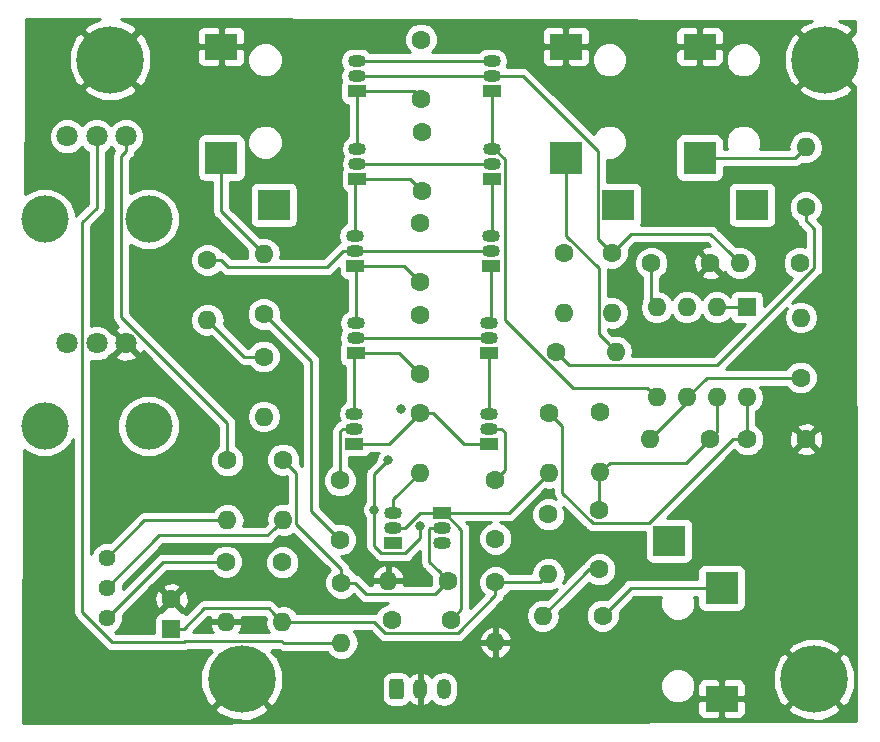
<source format=gbr>
G04 #@! TF.GenerationSoftware,KiCad,Pcbnew,(5.0.1)-rc2*
G04 #@! TF.CreationDate,2019-02-04T01:37:49-05:00*
G04 #@! TF.ProjectId,ladder_filter,6C61646465725F66696C7465722E6B69,rev?*
G04 #@! TF.SameCoordinates,Original*
G04 #@! TF.FileFunction,Copper,L1,Top,Signal*
G04 #@! TF.FilePolarity,Positive*
%FSLAX46Y46*%
G04 Gerber Fmt 4.6, Leading zero omitted, Abs format (unit mm)*
G04 Created by KiCad (PCBNEW (5.0.1)-rc2) date 2/4/2019 1:37:49 AM*
%MOMM*%
%LPD*%
G01*
G04 APERTURE LIST*
G04 #@! TA.AperFunction,ComponentPad*
%ADD10C,1.600000*%
G04 #@! TD*
G04 #@! TA.AperFunction,ComponentPad*
%ADD11R,1.600000X1.600000*%
G04 #@! TD*
G04 #@! TA.AperFunction,ComponentPad*
%ADD12C,5.700000*%
G04 #@! TD*
G04 #@! TA.AperFunction,SMDPad,CuDef*
%ADD13R,2.800000X2.600000*%
G04 #@! TD*
G04 #@! TA.AperFunction,SMDPad,CuDef*
%ADD14R,2.800000X2.800000*%
G04 #@! TD*
G04 #@! TA.AperFunction,SMDPad,CuDef*
%ADD15R,2.800000X2.200000*%
G04 #@! TD*
G04 #@! TA.AperFunction,Conductor*
%ADD16C,0.100000*%
G04 #@! TD*
G04 #@! TA.AperFunction,ComponentPad*
%ADD17C,1.200000*%
G04 #@! TD*
G04 #@! TA.AperFunction,ComponentPad*
%ADD18O,1.200000X1.750000*%
G04 #@! TD*
G04 #@! TA.AperFunction,ComponentPad*
%ADD19O,1.500000X1.050000*%
G04 #@! TD*
G04 #@! TA.AperFunction,ComponentPad*
%ADD20R,1.500000X1.050000*%
G04 #@! TD*
G04 #@! TA.AperFunction,ComponentPad*
%ADD21O,1.600000X1.600000*%
G04 #@! TD*
G04 #@! TA.AperFunction,ComponentPad*
%ADD22C,1.800000*%
G04 #@! TD*
G04 #@! TA.AperFunction,WasherPad*
%ADD23C,4.000000*%
G04 #@! TD*
G04 #@! TA.AperFunction,ComponentPad*
%ADD24C,1.440000*%
G04 #@! TD*
G04 #@! TA.AperFunction,ViaPad*
%ADD25C,0.800000*%
G04 #@! TD*
G04 #@! TA.AperFunction,Conductor*
%ADD26C,0.250000*%
G04 #@! TD*
G04 #@! TA.AperFunction,Conductor*
%ADD27C,0.254000*%
G04 #@! TD*
G04 APERTURE END LIST*
D10*
G04 #@! TO.P,C1,2*
G04 #@! TO.N,Net-(C1-Pad2)*
X160629600Y-71708000D03*
G04 #@! TO.P,C1,1*
G04 #@! TO.N,Net-(C1-Pad1)*
X160629600Y-76708000D03*
G04 #@! TD*
D11*
G04 #@! TO.P,C2,1*
G04 #@! TO.N,Net-(C2-Pad1)*
X146354800Y-84277200D03*
D10*
G04 #@! TO.P,C2,2*
G04 #@! TO.N,GND*
X146354800Y-81777200D03*
G04 #@! TD*
G04 #@! TO.P,C3,1*
G04 #@! TO.N,Net-(C3-Pad1)*
X164998400Y-83515200D03*
G04 #@! TO.P,C3,2*
G04 #@! TO.N,Net-(C3-Pad2)*
X169998400Y-83515200D03*
G04 #@! TD*
G04 #@! TO.P,C4,1*
G04 #@! TO.N,Net-(C4-Pad1)*
X167487600Y-34391600D03*
G04 #@! TO.P,C4,2*
G04 #@! TO.N,Net-(C4-Pad2)*
X167487600Y-39391600D03*
G04 #@! TD*
G04 #@! TO.P,C5,1*
G04 #@! TO.N,Net-(C5-Pad1)*
X167538400Y-42164000D03*
G04 #@! TO.P,C5,2*
G04 #@! TO.N,Net-(C5-Pad2)*
X167538400Y-47164000D03*
G04 #@! TD*
G04 #@! TO.P,C6,2*
G04 #@! TO.N,Net-(C6-Pad2)*
X167436800Y-54936400D03*
G04 #@! TO.P,C6,1*
G04 #@! TO.N,Net-(C6-Pad1)*
X167436800Y-49936400D03*
G04 #@! TD*
G04 #@! TO.P,C7,2*
G04 #@! TO.N,Net-(C7-Pad2)*
X167386000Y-62708800D03*
G04 #@! TO.P,C7,1*
G04 #@! TO.N,Net-(C7-Pad1)*
X167386000Y-57708800D03*
G04 #@! TD*
G04 #@! TO.P,C8,1*
G04 #@! TO.N,GND*
X200101200Y-68224400D03*
G04 #@! TO.P,C8,2*
G04 #@! TO.N,+9V*
X195101200Y-68224400D03*
G04 #@! TD*
G04 #@! TO.P,C9,2*
G04 #@! TO.N,GND*
X191994800Y-53289200D03*
G04 #@! TO.P,C9,1*
G04 #@! TO.N,-9V*
X186994800Y-53289200D03*
G04 #@! TD*
G04 #@! TO.P,C10,2*
G04 #@! TO.N,Net-(C10-Pad2)*
X173786800Y-76628000D03*
G04 #@! TO.P,C10,1*
G04 #@! TO.N,Res_Input*
X173786800Y-71628000D03*
G04 #@! TD*
G04 #@! TO.P,C11,1*
G04 #@! TO.N,Net-(C11-Pad1)*
X182575200Y-74218800D03*
G04 #@! TO.P,C11,2*
G04 #@! TO.N,Net-(C11-Pad2)*
X182575200Y-79218800D03*
G04 #@! TD*
D12*
G04 #@! TO.P,H1,1*
G04 #@! TO.N,GND*
X152298400Y-88544400D03*
G04 #@! TD*
G04 #@! TO.P,H2,1*
G04 #@! TO.N,GND*
X141173200Y-36068000D03*
G04 #@! TD*
G04 #@! TO.P,H3,1*
G04 #@! TO.N,GND*
X200761600Y-88544400D03*
G04 #@! TD*
G04 #@! TO.P,H4,1*
G04 #@! TO.N,GND*
X201726800Y-36068000D03*
G04 #@! TD*
D13*
G04 #@! TO.P,J1,TN*
G04 #@! TO.N,Net-(J1-PadTN)*
X155029600Y-48377200D03*
D14*
G04 #@! TO.P,J1,T*
G04 #@! TO.N,VCF_In*
X150579600Y-44377200D03*
D15*
G04 #@! TO.P,J1,S*
G04 #@! TO.N,GND*
X150579600Y-34977200D03*
G04 #@! TD*
G04 #@! TO.P,J2,S*
G04 #@! TO.N,GND*
X179738800Y-34977200D03*
D14*
G04 #@! TO.P,J2,T*
G04 #@! TO.N,VCF_EXP_CV*
X179738800Y-44377200D03*
D13*
G04 #@! TO.P,J2,TN*
G04 #@! TO.N,Net-(J2-PadTN)*
X184188800Y-48377200D03*
G04 #@! TD*
G04 #@! TO.P,J3,TN*
G04 #@! TO.N,Net-(J3-PadTN)*
X188480000Y-76794000D03*
D14*
G04 #@! TO.P,J3,T*
G04 #@! TO.N,VCF_Out*
X192930000Y-80794000D03*
D15*
G04 #@! TO.P,J3,S*
G04 #@! TO.N,GND*
X192930000Y-90194000D03*
G04 #@! TD*
G04 #@! TO.P,J4,S*
G04 #@! TO.N,GND*
X191067200Y-34977200D03*
D14*
G04 #@! TO.P,J4,T*
G04 #@! TO.N,VCF_mod*
X191067200Y-44377200D03*
D13*
G04 #@! TO.P,J4,TN*
G04 #@! TO.N,Net-(J4-PadTN)*
X195517200Y-48377200D03*
G04 #@! TD*
D16*
G04 #@! TO.N,+9V*
G04 #@! TO.C,J5*
G36*
X165779305Y-88483404D02*
X165803573Y-88487004D01*
X165827372Y-88492965D01*
X165850471Y-88501230D01*
X165872650Y-88511720D01*
X165893693Y-88524332D01*
X165913399Y-88538947D01*
X165931577Y-88555423D01*
X165948053Y-88573601D01*
X165962668Y-88593307D01*
X165975280Y-88614350D01*
X165985770Y-88636529D01*
X165994035Y-88659628D01*
X165999996Y-88683427D01*
X166003596Y-88707695D01*
X166004800Y-88732199D01*
X166004800Y-89982201D01*
X166003596Y-90006705D01*
X165999996Y-90030973D01*
X165994035Y-90054772D01*
X165985770Y-90077871D01*
X165975280Y-90100050D01*
X165962668Y-90121093D01*
X165948053Y-90140799D01*
X165931577Y-90158977D01*
X165913399Y-90175453D01*
X165893693Y-90190068D01*
X165872650Y-90202680D01*
X165850471Y-90213170D01*
X165827372Y-90221435D01*
X165803573Y-90227396D01*
X165779305Y-90230996D01*
X165754801Y-90232200D01*
X165054799Y-90232200D01*
X165030295Y-90230996D01*
X165006027Y-90227396D01*
X164982228Y-90221435D01*
X164959129Y-90213170D01*
X164936950Y-90202680D01*
X164915907Y-90190068D01*
X164896201Y-90175453D01*
X164878023Y-90158977D01*
X164861547Y-90140799D01*
X164846932Y-90121093D01*
X164834320Y-90100050D01*
X164823830Y-90077871D01*
X164815565Y-90054772D01*
X164809604Y-90030973D01*
X164806004Y-90006705D01*
X164804800Y-89982201D01*
X164804800Y-88732199D01*
X164806004Y-88707695D01*
X164809604Y-88683427D01*
X164815565Y-88659628D01*
X164823830Y-88636529D01*
X164834320Y-88614350D01*
X164846932Y-88593307D01*
X164861547Y-88573601D01*
X164878023Y-88555423D01*
X164896201Y-88538947D01*
X164915907Y-88524332D01*
X164936950Y-88511720D01*
X164959129Y-88501230D01*
X164982228Y-88492965D01*
X165006027Y-88487004D01*
X165030295Y-88483404D01*
X165054799Y-88482200D01*
X165754801Y-88482200D01*
X165779305Y-88483404D01*
X165779305Y-88483404D01*
G37*
D17*
G04 #@! TD*
G04 #@! TO.P,J5,1*
G04 #@! TO.N,+9V*
X165404800Y-89357200D03*
D18*
G04 #@! TO.P,J5,2*
G04 #@! TO.N,GND*
X167404800Y-89357200D03*
G04 #@! TO.P,J5,3*
G04 #@! TO.N,-9V*
X169404800Y-89357200D03*
G04 #@! TD*
D19*
G04 #@! TO.P,Q1,2*
G04 #@! TO.N,Net-(Q1-Pad2)*
X169265600Y-75742800D03*
G04 #@! TO.P,Q1,3*
G04 #@! TO.N,-9V*
X169265600Y-77012800D03*
D20*
G04 #@! TO.P,Q1,1*
G04 #@! TO.N,Net-(C3-Pad2)*
X169265600Y-74472800D03*
G04 #@! TD*
D19*
G04 #@! TO.P,Q2,2*
G04 #@! TO.N,Net-(C1-Pad2)*
X161848800Y-67310000D03*
G04 #@! TO.P,Q2,3*
G04 #@! TO.N,Net-(C7-Pad2)*
X161848800Y-66040000D03*
D20*
G04 #@! TO.P,Q2,1*
G04 #@! TO.N,Net-(Q12-Pad1)*
X161848800Y-68580000D03*
G04 #@! TD*
G04 #@! TO.P,Q3,1*
G04 #@! TO.N,Net-(C4-Pad2)*
X162052000Y-38760400D03*
D19*
G04 #@! TO.P,Q3,3*
G04 #@! TO.N,+9V*
X162052000Y-36220400D03*
G04 #@! TO.P,Q3,2*
G04 #@! TO.N,Net-(Q3-Pad2)*
X162052000Y-37490400D03*
G04 #@! TD*
G04 #@! TO.P,Q4,2*
G04 #@! TO.N,Net-(Q4-Pad2)*
X162102800Y-44873333D03*
G04 #@! TO.P,Q4,3*
G04 #@! TO.N,Net-(C4-Pad2)*
X162102800Y-43603333D03*
D20*
G04 #@! TO.P,Q4,1*
G04 #@! TO.N,Net-(C5-Pad2)*
X162102800Y-46143333D03*
G04 #@! TD*
D19*
G04 #@! TO.P,Q5,2*
G04 #@! TO.N,Net-(Q10-Pad2)*
X161899600Y-52256266D03*
G04 #@! TO.P,Q5,3*
G04 #@! TO.N,Net-(C5-Pad2)*
X161899600Y-50986266D03*
D20*
G04 #@! TO.P,Q5,1*
G04 #@! TO.N,Net-(C6-Pad2)*
X161899600Y-53526266D03*
G04 #@! TD*
G04 #@! TO.P,Q6,1*
G04 #@! TO.N,Net-(C7-Pad2)*
X161950400Y-60909200D03*
D19*
G04 #@! TO.P,Q6,3*
G04 #@! TO.N,Net-(C6-Pad2)*
X161950400Y-58369200D03*
G04 #@! TO.P,Q6,2*
G04 #@! TO.N,Net-(Q11-Pad2)*
X161950400Y-59639200D03*
G04 #@! TD*
D20*
G04 #@! TO.P,Q7,1*
G04 #@! TO.N,Net-(C3-Pad1)*
X165150800Y-77012800D03*
D19*
G04 #@! TO.P,Q7,3*
G04 #@! TO.N,Net-(Q7-Pad3)*
X165150800Y-74472800D03*
G04 #@! TO.P,Q7,2*
G04 #@! TO.N,Net-(C3-Pad2)*
X165150800Y-75742800D03*
G04 #@! TD*
G04 #@! TO.P,Q8,2*
G04 #@! TO.N,Net-(Q3-Pad2)*
X173482000Y-37490400D03*
G04 #@! TO.P,Q8,3*
G04 #@! TO.N,+9V*
X173482000Y-36220400D03*
D20*
G04 #@! TO.P,Q8,1*
G04 #@! TO.N,Net-(C4-Pad1)*
X173482000Y-38760400D03*
G04 #@! TD*
G04 #@! TO.P,Q9,1*
G04 #@! TO.N,Net-(C5-Pad1)*
X173482000Y-46143333D03*
D19*
G04 #@! TO.P,Q9,3*
G04 #@! TO.N,Net-(C4-Pad1)*
X173482000Y-43603333D03*
G04 #@! TO.P,Q9,2*
G04 #@! TO.N,Net-(Q4-Pad2)*
X173482000Y-44873333D03*
G04 #@! TD*
D20*
G04 #@! TO.P,Q10,1*
G04 #@! TO.N,Net-(C6-Pad1)*
X173380400Y-53526266D03*
D19*
G04 #@! TO.P,Q10,3*
G04 #@! TO.N,Net-(C5-Pad1)*
X173380400Y-50986266D03*
G04 #@! TO.P,Q10,2*
G04 #@! TO.N,Net-(Q10-Pad2)*
X173380400Y-52256266D03*
G04 #@! TD*
G04 #@! TO.P,Q11,2*
G04 #@! TO.N,Net-(Q11-Pad2)*
X173228000Y-59639200D03*
G04 #@! TO.P,Q11,3*
G04 #@! TO.N,Net-(C6-Pad1)*
X173228000Y-58369200D03*
D20*
G04 #@! TO.P,Q11,1*
G04 #@! TO.N,Net-(C7-Pad1)*
X173228000Y-60909200D03*
G04 #@! TD*
G04 #@! TO.P,Q12,1*
G04 #@! TO.N,Net-(Q12-Pad1)*
X173278800Y-68580000D03*
D19*
G04 #@! TO.P,Q12,3*
G04 #@! TO.N,Net-(C7-Pad1)*
X173278800Y-66040000D03*
G04 #@! TO.P,Q12,2*
G04 #@! TO.N,Res_Input*
X173278800Y-67310000D03*
G04 #@! TD*
D21*
G04 #@! TO.P,R1,2*
G04 #@! TO.N,GND*
X150977600Y-83667600D03*
D10*
G04 #@! TO.P,R1,1*
G04 #@! TO.N,Net-(R1-Pad1)*
X150977600Y-78587600D03*
G04 #@! TD*
G04 #@! TO.P,R2,1*
G04 #@! TO.N,-9V*
X151079200Y-70002400D03*
D21*
G04 #@! TO.P,R2,2*
G04 #@! TO.N,Net-(R2-Pad2)*
X151079200Y-75082400D03*
G04 #@! TD*
D10*
G04 #@! TO.P,R3,1*
G04 #@! TO.N,Net-(Q1-Pad2)*
X155803600Y-69951600D03*
D21*
G04 #@! TO.P,R3,2*
G04 #@! TO.N,Net-(R3-Pad2)*
X155803600Y-75031600D03*
G04 #@! TD*
G04 #@! TO.P,R4,2*
G04 #@! TO.N,VCF_EXP_CV*
X183997600Y-60807600D03*
D10*
G04 #@! TO.P,R4,1*
G04 #@! TO.N,Net-(Q1-Pad2)*
X178917600Y-60807600D03*
G04 #@! TD*
D21*
G04 #@! TO.P,R5,2*
G04 #@! TO.N,Net-(R5-Pad2)*
X160731200Y-85445600D03*
D10*
G04 #@! TO.P,R5,1*
G04 #@! TO.N,Net-(Q1-Pad2)*
X160731200Y-80365600D03*
G04 #@! TD*
G04 #@! TO.P,R6,1*
G04 #@! TO.N,Net-(Q1-Pad2)*
X200050400Y-48564800D03*
D21*
G04 #@! TO.P,R6,2*
G04 #@! TO.N,VCF_mod*
X200050400Y-43484800D03*
G04 #@! TD*
G04 #@! TO.P,R7,2*
G04 #@! TO.N,VCF_In*
X154178000Y-52527200D03*
D10*
G04 #@! TO.P,R7,1*
G04 #@! TO.N,Net-(C1-Pad1)*
X154178000Y-57607200D03*
G04 #@! TD*
G04 #@! TO.P,R8,1*
G04 #@! TO.N,Net-(Q1-Pad2)*
X169773600Y-80213200D03*
D21*
G04 #@! TO.P,R8,2*
G04 #@! TO.N,GND*
X164693600Y-80213200D03*
G04 #@! TD*
G04 #@! TO.P,R9,2*
G04 #@! TO.N,Net-(C3-Pad2)*
X178308000Y-71069200D03*
D10*
G04 #@! TO.P,R9,1*
G04 #@! TO.N,+9V*
X178308000Y-65989200D03*
G04 #@! TD*
D21*
G04 #@! TO.P,R10,2*
G04 #@! TO.N,Net-(Q3-Pad2)*
X194462400Y-53289200D03*
D10*
G04 #@! TO.P,R10,1*
G04 #@! TO.N,+9V*
X199542400Y-53289200D03*
G04 #@! TD*
G04 #@! TO.P,R11,1*
G04 #@! TO.N,Net-(Q3-Pad2)*
X183642000Y-52425600D03*
D21*
G04 #@! TO.P,R11,2*
G04 #@! TO.N,Net-(Q4-Pad2)*
X183642000Y-57505600D03*
G04 #@! TD*
G04 #@! TO.P,R12,2*
G04 #@! TO.N,Net-(Q10-Pad2)*
X179578000Y-57556400D03*
D10*
G04 #@! TO.P,R12,1*
G04 #@! TO.N,Net-(Q4-Pad2)*
X179578000Y-52476400D03*
G04 #@! TD*
G04 #@! TO.P,R13,1*
G04 #@! TO.N,Net-(Q10-Pad2)*
X149402800Y-53035200D03*
D21*
G04 #@! TO.P,R13,2*
G04 #@! TO.N,Net-(Q11-Pad2)*
X149402800Y-58115200D03*
G04 #@! TD*
G04 #@! TO.P,R14,2*
G04 #@! TO.N,Net-(C2-Pad1)*
X154178000Y-66294000D03*
D10*
G04 #@! TO.P,R14,1*
G04 #@! TO.N,Net-(Q11-Pad2)*
X154178000Y-61214000D03*
G04 #@! TD*
G04 #@! TO.P,R15,1*
G04 #@! TO.N,Net-(C2-Pad1)*
X173786800Y-80314800D03*
D21*
G04 #@! TO.P,R15,2*
G04 #@! TO.N,GND*
X173786800Y-85394800D03*
G04 #@! TD*
G04 #@! TO.P,R16,2*
G04 #@! TO.N,Net-(C2-Pad1)*
X155752800Y-83718400D03*
D10*
G04 #@! TO.P,R16,1*
G04 #@! TO.N,Net-(C1-Pad2)*
X155752800Y-78638400D03*
G04 #@! TD*
G04 #@! TO.P,R17,1*
G04 #@! TO.N,Net-(Q12-Pad1)*
X167386000Y-65989200D03*
D21*
G04 #@! TO.P,R17,2*
G04 #@! TO.N,Net-(Q7-Pad3)*
X167386000Y-71069200D03*
G04 #@! TD*
G04 #@! TO.P,R18,2*
G04 #@! TO.N,Net-(C2-Pad1)*
X178257200Y-79654400D03*
D10*
G04 #@! TO.P,R18,1*
G04 #@! TO.N,Res_Input*
X178257200Y-74574400D03*
G04 #@! TD*
G04 #@! TO.P,R19,1*
G04 #@! TO.N,Net-(R19-Pad1)*
X199644000Y-62992000D03*
D21*
G04 #@! TO.P,R19,2*
G04 #@! TO.N,Net-(R19-Pad2)*
X199644000Y-57912000D03*
G04 #@! TD*
G04 #@! TO.P,R20,2*
G04 #@! TO.N,Net-(R19-Pad1)*
X186893200Y-68173600D03*
D10*
G04 #@! TO.P,R20,1*
G04 #@! TO.N,Net-(C11-Pad1)*
X191973200Y-68173600D03*
G04 #@! TD*
G04 #@! TO.P,R21,1*
G04 #@! TO.N,Net-(R21-Pad1)*
X182676800Y-65938400D03*
D21*
G04 #@! TO.P,R21,2*
G04 #@! TO.N,Net-(C11-Pad1)*
X182676800Y-71018400D03*
G04 #@! TD*
D10*
G04 #@! TO.P,R22,1*
G04 #@! TO.N,VCF_Out*
X182880000Y-83159600D03*
D21*
G04 #@! TO.P,R22,2*
G04 #@! TO.N,Net-(C11-Pad2)*
X177800000Y-83159600D03*
G04 #@! TD*
D22*
G04 #@! TO.P,RV1,3*
G04 #@! TO.N,-9V*
X142515600Y-42570400D03*
G04 #@! TO.P,RV1,2*
G04 #@! TO.N,Net-(R5-Pad2)*
X140015600Y-42570400D03*
G04 #@! TO.P,RV1,1*
G04 #@! TO.N,+9V*
X137515600Y-42570400D03*
D23*
G04 #@! TO.P,RV1,*
G04 #@! TO.N,*
X144415600Y-49570400D03*
X135615600Y-49570400D03*
G04 #@! TD*
D24*
G04 #@! TO.P,RV2,1*
G04 #@! TO.N,Net-(R1-Pad1)*
X140868400Y-83362800D03*
G04 #@! TO.P,RV2,2*
G04 #@! TO.N,Net-(R3-Pad2)*
X140868400Y-80822800D03*
G04 #@! TO.P,RV2,3*
G04 #@! TO.N,Net-(R2-Pad2)*
X140868400Y-78282800D03*
G04 #@! TD*
D23*
G04 #@! TO.P,RV3,*
G04 #@! TO.N,*
X135615600Y-67096400D03*
X144415600Y-67096400D03*
D22*
G04 #@! TO.P,RV3,1*
G04 #@! TO.N,Net-(R21-Pad1)*
X137515600Y-60096400D03*
G04 #@! TO.P,RV3,2*
G04 #@! TO.N,Net-(C10-Pad2)*
X140015600Y-60096400D03*
G04 #@! TO.P,RV3,3*
G04 #@! TO.N,GND*
X142515600Y-60096400D03*
G04 #@! TD*
D11*
G04 #@! TO.P,U1,1*
G04 #@! TO.N,Net-(R19-Pad2)*
X195072000Y-57048400D03*
D21*
G04 #@! TO.P,U1,5*
G04 #@! TO.N,Net-(C4-Pad1)*
X187452000Y-64668400D03*
G04 #@! TO.P,U1,2*
G04 #@! TO.N,Net-(R19-Pad2)*
X192532000Y-57048400D03*
G04 #@! TO.P,U1,6*
G04 #@! TO.N,Net-(R19-Pad1)*
X189992000Y-64668400D03*
G04 #@! TO.P,U1,3*
G04 #@! TO.N,Net-(C4-Pad2)*
X189992000Y-57048400D03*
G04 #@! TO.P,U1,7*
G04 #@! TO.N,Net-(C11-Pad1)*
X192532000Y-64668400D03*
G04 #@! TO.P,U1,4*
G04 #@! TO.N,-9V*
X187452000Y-57048400D03*
G04 #@! TO.P,U1,8*
G04 #@! TO.N,+9V*
X195072000Y-64668400D03*
G04 #@! TD*
D25*
G04 #@! TO.N,GND*
X146913600Y-36728400D03*
X185115200Y-38455600D03*
X158902400Y-78994000D03*
X162102800Y-78384400D03*
G04 #@! TO.N,+9V*
X163525200Y-74168000D03*
X165760400Y-65684400D03*
X164693600Y-70002400D03*
X167436800Y-75590400D03*
G04 #@! TD*
D26*
G04 #@! TO.N,Net-(C1-Pad2)*
X160629600Y-70576630D02*
X160629600Y-71708000D01*
X160629600Y-67529200D02*
X160629600Y-70576630D01*
X160848800Y-67310000D02*
X160629600Y-67529200D01*
X161848800Y-67310000D02*
X160848800Y-67310000D01*
G04 #@! TO.N,Net-(C1-Pad1)*
X154977999Y-58407199D02*
X154178000Y-57607200D01*
X158191200Y-61620400D02*
X154977999Y-58407199D01*
X158191200Y-74269600D02*
X158191200Y-61620400D01*
X160629600Y-76708000D02*
X158191200Y-74269600D01*
G04 #@! TO.N,Net-(C2-Pad1)*
X177596800Y-80314800D02*
X178257200Y-79654400D01*
X173786800Y-80314800D02*
X177596800Y-80314800D01*
X173786800Y-81446170D02*
X173786800Y-80314800D01*
X170592769Y-84640201D02*
X173786800Y-81446170D01*
X164458399Y-84640201D02*
X170592769Y-84640201D01*
X163536598Y-83718400D02*
X164458399Y-84640201D01*
X155752800Y-83718400D02*
X163536598Y-83718400D01*
X154952801Y-82918401D02*
X155752800Y-83718400D01*
X154576999Y-82542599D02*
X154952801Y-82918401D01*
X149139401Y-82542599D02*
X154576999Y-82542599D01*
X147404800Y-84277200D02*
X149139401Y-82542599D01*
X146354800Y-84277200D02*
X147404800Y-84277200D01*
G04 #@! TO.N,GND*
X179738800Y-36327200D02*
X181867200Y-38455600D01*
X179738800Y-34977200D02*
X179738800Y-36327200D01*
X189417200Y-34977200D02*
X191067200Y-34977200D01*
X185938800Y-38455600D02*
X189417200Y-34977200D01*
X181867200Y-38455600D02*
X185115200Y-38455600D01*
X185115200Y-38455600D02*
X185938800Y-38455600D01*
X148664800Y-34977200D02*
X150579600Y-34977200D01*
X146913600Y-36728400D02*
X148664800Y-34977200D01*
X174918170Y-85394800D02*
X173786800Y-85394800D01*
X189480800Y-85394800D02*
X174918170Y-85394800D01*
X192930000Y-88844000D02*
X189480800Y-85394800D01*
X192930000Y-90194000D02*
X192930000Y-88844000D01*
G04 #@! TO.N,Net-(C3-Pad2)*
X174904400Y-74472800D02*
X178308000Y-71069200D01*
X169265600Y-74472800D02*
X174904400Y-74472800D01*
X168265600Y-74472800D02*
X169265600Y-74472800D01*
X167420800Y-74472800D02*
X168265600Y-74472800D01*
X166150800Y-75742800D02*
X167420800Y-74472800D01*
X165150800Y-75742800D02*
X166150800Y-75742800D01*
X169490600Y-74472800D02*
X169265600Y-74472800D01*
X170898601Y-75880801D02*
X169490600Y-74472800D01*
X170898601Y-82614999D02*
X170898601Y-75880801D01*
X169998400Y-83515200D02*
X170898601Y-82614999D01*
G04 #@! TO.N,Net-(C4-Pad1)*
X173482000Y-38760400D02*
X173482000Y-43603333D01*
X173707000Y-43603333D02*
X173482000Y-43603333D01*
X174557010Y-44453343D02*
X173707000Y-43603333D01*
X174557010Y-58112012D02*
X174557010Y-44453343D01*
X180313399Y-63868401D02*
X174557010Y-58112012D01*
X186652001Y-63868401D02*
X180313399Y-63868401D01*
X187452000Y-64668400D02*
X186652001Y-63868401D01*
G04 #@! TO.N,Net-(C4-Pad2)*
X166856400Y-38760400D02*
X167487600Y-39391600D01*
X162052000Y-38760400D02*
X166856400Y-38760400D01*
X162102800Y-38811200D02*
X162052000Y-38760400D01*
X162102800Y-43603333D02*
X162102800Y-38811200D01*
G04 #@! TO.N,Net-(C5-Pad1)*
X173482000Y-50884666D02*
X173380400Y-50986266D01*
X173482000Y-46143333D02*
X173482000Y-50884666D01*
G04 #@! TO.N,Net-(C5-Pad2)*
X166517733Y-46143333D02*
X167538400Y-47164000D01*
X162102800Y-46143333D02*
X166517733Y-46143333D01*
X161899600Y-46346533D02*
X162102800Y-46143333D01*
X161899600Y-50986266D02*
X161899600Y-46346533D01*
G04 #@! TO.N,Net-(C6-Pad2)*
X166026666Y-53526266D02*
X167436800Y-54936400D01*
X161899600Y-53526266D02*
X166026666Y-53526266D01*
X161950400Y-53577066D02*
X161899600Y-53526266D01*
X161950400Y-58369200D02*
X161950400Y-53577066D01*
G04 #@! TO.N,Net-(C6-Pad1)*
X173380400Y-58216800D02*
X173228000Y-58369200D01*
X173380400Y-53526266D02*
X173380400Y-58216800D01*
G04 #@! TO.N,Net-(C7-Pad2)*
X165586400Y-60909200D02*
X167386000Y-62708800D01*
X161950400Y-60909200D02*
X165586400Y-60909200D01*
X161848800Y-61010800D02*
X161950400Y-60909200D01*
X161848800Y-66040000D02*
X161848800Y-61010800D01*
G04 #@! TO.N,Net-(C7-Pad1)*
X173228000Y-65989200D02*
X173278800Y-66040000D01*
X173228000Y-60909200D02*
X173228000Y-65989200D01*
G04 #@! TO.N,+9V*
X162052000Y-36220400D02*
X173482000Y-36220400D01*
X193969830Y-68224400D02*
X195101200Y-68224400D01*
X186754999Y-75343801D02*
X193874400Y-68224400D01*
X193874400Y-68224400D02*
X193969830Y-68224400D01*
X182035199Y-75343801D02*
X186754999Y-75343801D01*
X179433001Y-72741603D02*
X182035199Y-75343801D01*
X179433001Y-67114201D02*
X179433001Y-72741603D01*
X178308000Y-65989200D02*
X179433001Y-67114201D01*
X195101200Y-64697600D02*
X195072000Y-64668400D01*
X195101200Y-68224400D02*
X195101200Y-64697600D01*
X163525200Y-71170800D02*
X164693600Y-70002400D01*
X163525200Y-74168000D02*
X163525200Y-71170800D01*
X167436800Y-76156085D02*
X167436800Y-75590400D01*
X167436800Y-76586802D02*
X167436800Y-76156085D01*
X166160801Y-77862801D02*
X167436800Y-76586802D01*
X164140799Y-77862801D02*
X166160801Y-77862801D01*
X163525200Y-77247202D02*
X164140799Y-77862801D01*
X163525200Y-74168000D02*
X163525200Y-77247202D01*
G04 #@! TO.N,-9V*
X186994800Y-56591200D02*
X187452000Y-57048400D01*
X186994800Y-53289200D02*
X186994800Y-56591200D01*
X151079200Y-68871030D02*
X151079200Y-70002400D01*
X151079200Y-66846998D02*
X151079200Y-68871030D01*
X142090599Y-57858397D02*
X151079200Y-66846998D01*
X142090599Y-44268193D02*
X142090599Y-57858397D01*
X142515600Y-43843192D02*
X142090599Y-44268193D01*
X142515600Y-42570400D02*
X142515600Y-43843192D01*
G04 #@! TO.N,Res_Input*
X174278800Y-67310000D02*
X173278800Y-67310000D01*
X174586799Y-67617999D02*
X174278800Y-67310000D01*
X174586799Y-70828001D02*
X174586799Y-67617999D01*
X173786800Y-71628000D02*
X174586799Y-70828001D01*
G04 #@! TO.N,Net-(C11-Pad1)*
X192532000Y-67614800D02*
X191973200Y-68173600D01*
X192532000Y-64668400D02*
X192532000Y-67614800D01*
X182575200Y-71120000D02*
X182676800Y-71018400D01*
X182575200Y-74218800D02*
X182575200Y-71120000D01*
X191173201Y-68973599D02*
X191973200Y-68173600D01*
X189928399Y-70218401D02*
X191173201Y-68973599D01*
X183476799Y-70218401D02*
X189928399Y-70218401D01*
X182676800Y-71018400D02*
X183476799Y-70218401D01*
G04 #@! TO.N,Net-(C11-Pad2)*
X181740800Y-79218800D02*
X182575200Y-79218800D01*
X177800000Y-83159600D02*
X181740800Y-79218800D01*
G04 #@! TO.N,Net-(Q1-Pad2)*
X156603599Y-70751599D02*
X155803600Y-69951600D01*
X156928601Y-71076601D02*
X156603599Y-70751599D01*
X156928601Y-75431631D02*
X156928601Y-71076601D01*
X160731200Y-79234230D02*
X156928601Y-75431631D01*
X160731200Y-80365600D02*
X160731200Y-79234230D01*
X168973601Y-81013199D02*
X169773600Y-80213200D01*
X168648599Y-81338201D02*
X168973601Y-81013199D01*
X162835171Y-81338201D02*
X168648599Y-81338201D01*
X161862570Y-80365600D02*
X162835171Y-81338201D01*
X160731200Y-80365600D02*
X161862570Y-80365600D01*
X168973601Y-79413201D02*
X169773600Y-80213200D01*
X168190590Y-78630190D02*
X168973601Y-79413201D01*
X168190590Y-75817810D02*
X168190590Y-78630190D01*
X168265600Y-75742800D02*
X168190590Y-75817810D01*
X169265600Y-75742800D02*
X168265600Y-75742800D01*
X179717599Y-61607599D02*
X178917600Y-60807600D01*
X180042601Y-61932601D02*
X179717599Y-61607599D01*
X192564001Y-61932601D02*
X180042601Y-61932601D01*
X200769001Y-50414771D02*
X200769001Y-53727601D01*
X200769001Y-53727601D02*
X192564001Y-61932601D01*
X200050400Y-49696170D02*
X200769001Y-50414771D01*
X200050400Y-48564800D02*
X200050400Y-49696170D01*
G04 #@! TO.N,Net-(Q12-Pad1)*
X164795200Y-68580000D02*
X167386000Y-65989200D01*
X161848800Y-68580000D02*
X164795200Y-68580000D01*
X172278800Y-68580000D02*
X173278800Y-68580000D01*
X171108170Y-68580000D02*
X172278800Y-68580000D01*
X168517370Y-65989200D02*
X171108170Y-68580000D01*
X167386000Y-65989200D02*
X168517370Y-65989200D01*
G04 #@! TO.N,Net-(Q3-Pad2)*
X163052000Y-37490400D02*
X173482000Y-37490400D01*
X162052000Y-37490400D02*
X163052000Y-37490400D01*
X182842001Y-51625601D02*
X183642000Y-52425600D01*
X182463799Y-51247399D02*
X182842001Y-51625601D01*
X182463799Y-43830599D02*
X182463799Y-51247399D01*
X176123600Y-37490400D02*
X182463799Y-43830599D01*
X173482000Y-37490400D02*
X176123600Y-37490400D01*
X193662401Y-52489201D02*
X194462400Y-53289200D01*
X191973200Y-50800000D02*
X193662401Y-52489201D01*
X185267600Y-50800000D02*
X191973200Y-50800000D01*
X183642000Y-52425600D02*
X185267600Y-50800000D01*
G04 #@! TO.N,Net-(Q4-Pad2)*
X163102800Y-44873333D02*
X173482000Y-44873333D01*
X162102800Y-44873333D02*
X163102800Y-44873333D01*
G04 #@! TO.N,Net-(Q10-Pad2)*
X162899600Y-52256266D02*
X173380400Y-52256266D01*
X161899600Y-52256266D02*
X162899600Y-52256266D01*
X160899600Y-52256266D02*
X161899600Y-52256266D01*
X159503665Y-53652201D02*
X160899600Y-52256266D01*
X151151171Y-53652201D02*
X159503665Y-53652201D01*
X150534170Y-53035200D02*
X151151171Y-53652201D01*
X149402800Y-53035200D02*
X150534170Y-53035200D01*
G04 #@! TO.N,Net-(Q11-Pad2)*
X161950400Y-59639200D02*
X173228000Y-59639200D01*
X152501600Y-61214000D02*
X154178000Y-61214000D01*
X149402800Y-58115200D02*
X152501600Y-61214000D01*
G04 #@! TO.N,Net-(Q7-Pad3)*
X165150800Y-73304400D02*
X165150800Y-74472800D01*
X167386000Y-71069200D02*
X165150800Y-73304400D01*
G04 #@! TO.N,Net-(R1-Pad1)*
X145643600Y-78587600D02*
X150977600Y-78587600D01*
X140868400Y-83362800D02*
X145643600Y-78587600D01*
G04 #@! TO.N,Net-(R2-Pad2)*
X144068800Y-75082400D02*
X151079200Y-75082400D01*
X140868400Y-78282800D02*
X144068800Y-75082400D01*
G04 #@! TO.N,Net-(R3-Pad2)*
X155003601Y-75831599D02*
X155803600Y-75031600D01*
X154482800Y-76352400D02*
X155003601Y-75831599D01*
X145338800Y-76352400D02*
X154482800Y-76352400D01*
X140868400Y-80822800D02*
X145338800Y-76352400D01*
G04 #@! TO.N,VCF_EXP_CV*
X183197601Y-60007601D02*
X183997600Y-60807600D01*
X182516999Y-59326999D02*
X183197601Y-60007601D01*
X182516999Y-53750397D02*
X182516999Y-59326999D01*
X179738800Y-50972198D02*
X182516999Y-53750397D01*
X179738800Y-44377200D02*
X179738800Y-50972198D01*
G04 #@! TO.N,Net-(R5-Pad2)*
X140015600Y-48611402D02*
X140015600Y-42570400D01*
X138785600Y-49841402D02*
X140015600Y-48611402D01*
X138785600Y-82826602D02*
X138785600Y-49841402D01*
X160731200Y-85445600D02*
X155814998Y-85445600D01*
X155814998Y-85445600D02*
X155706599Y-85337201D01*
X155706599Y-85337201D02*
X147479801Y-85337201D01*
X147479801Y-85337201D02*
X147414801Y-85402201D01*
X147414801Y-85402201D02*
X141361199Y-85402201D01*
X141361199Y-85402201D02*
X138785600Y-82826602D01*
G04 #@! TO.N,VCF_mod*
X199158000Y-44377200D02*
X200050400Y-43484800D01*
X191067200Y-44377200D02*
X199158000Y-44377200D01*
G04 #@! TO.N,VCF_In*
X150579600Y-48928800D02*
X154178000Y-52527200D01*
X150579600Y-44377200D02*
X150579600Y-48928800D01*
G04 #@! TO.N,Net-(R19-Pad1)*
X189992000Y-65074800D02*
X189992000Y-64668400D01*
X186893200Y-68173600D02*
X189992000Y-65074800D01*
X191668400Y-62992000D02*
X199644000Y-62992000D01*
X189992000Y-64668400D02*
X191668400Y-62992000D01*
G04 #@! TO.N,Net-(R19-Pad2)*
X193663370Y-57048400D02*
X195072000Y-57048400D01*
X192532000Y-57048400D02*
X193663370Y-57048400D01*
G04 #@! TO.N,VCF_Out*
X185245600Y-80794000D02*
X192930000Y-80794000D01*
X182880000Y-83159600D02*
X185245600Y-80794000D01*
G04 #@! TD*
D27*
G04 #@! TO.N,GND*
G36*
X140316017Y-32652859D02*
X139209520Y-33106628D01*
X139188717Y-33120528D01*
X138864392Y-33579587D01*
X141173200Y-35888395D01*
X143310704Y-33750891D01*
X148544600Y-33750891D01*
X148544600Y-34691450D01*
X148703350Y-34850200D01*
X150452600Y-34850200D01*
X150452600Y-33400950D01*
X150706600Y-33400950D01*
X150706600Y-34850200D01*
X152455850Y-34850200D01*
X152614600Y-34691450D01*
X152614600Y-33750891D01*
X152517927Y-33517502D01*
X152339299Y-33338873D01*
X152105910Y-33242200D01*
X150865350Y-33242200D01*
X150706600Y-33400950D01*
X150452600Y-33400950D01*
X150293850Y-33242200D01*
X149053290Y-33242200D01*
X148819901Y-33338873D01*
X148641273Y-33517502D01*
X148544600Y-33750891D01*
X143310704Y-33750891D01*
X143482008Y-33579587D01*
X143157683Y-33120528D01*
X142048737Y-32656607D01*
X200551919Y-32783145D01*
X199763120Y-33106628D01*
X199742317Y-33120528D01*
X199417992Y-33579587D01*
X201726800Y-35888395D01*
X204035608Y-33579587D01*
X203711283Y-33120528D01*
X202917041Y-32788261D01*
X204241616Y-32791126D01*
X204243302Y-33779037D01*
X204215213Y-33759192D01*
X201906405Y-36068000D01*
X204215213Y-38376808D01*
X204251105Y-38351451D01*
X204342783Y-92075273D01*
X133782342Y-92227125D01*
X133787411Y-91032813D01*
X149989592Y-91032813D01*
X150313917Y-91491872D01*
X151592925Y-92026938D01*
X152979336Y-92031819D01*
X154262080Y-91505772D01*
X154282883Y-91491872D01*
X154607208Y-91032813D01*
X152298400Y-88724005D01*
X149989592Y-91032813D01*
X133787411Y-91032813D01*
X133880556Y-69087809D01*
X134122992Y-69330245D01*
X135091466Y-69731400D01*
X136139734Y-69731400D01*
X137108208Y-69330245D01*
X137849445Y-68589008D01*
X138025600Y-68163731D01*
X138025600Y-82751755D01*
X138010712Y-82826602D01*
X138025600Y-82901449D01*
X138025600Y-82901453D01*
X138069696Y-83123138D01*
X138237671Y-83374531D01*
X138301130Y-83416933D01*
X140770870Y-85886674D01*
X140813270Y-85950130D01*
X141064662Y-86118105D01*
X141286347Y-86162201D01*
X141286351Y-86162201D01*
X141361198Y-86177089D01*
X141436045Y-86162201D01*
X147339954Y-86162201D01*
X147414801Y-86177089D01*
X147489648Y-86162201D01*
X147489653Y-86162201D01*
X147711338Y-86118105D01*
X147742623Y-86097201D01*
X149724027Y-86097201D01*
X149697810Y-86123418D01*
X149809985Y-86235593D01*
X149350928Y-86559917D01*
X148815862Y-87838925D01*
X148810981Y-89225336D01*
X149337028Y-90508080D01*
X149350928Y-90528883D01*
X149809987Y-90853208D01*
X152118795Y-88544400D01*
X152104653Y-88530258D01*
X152284258Y-88350653D01*
X152298400Y-88364795D01*
X152312543Y-88350653D01*
X152492148Y-88530258D01*
X152478005Y-88544400D01*
X154786813Y-90853208D01*
X155245872Y-90528883D01*
X155780938Y-89249875D01*
X155782760Y-88732199D01*
X164157360Y-88732199D01*
X164157360Y-89982201D01*
X164225673Y-90325636D01*
X164420214Y-90616786D01*
X164711364Y-90811327D01*
X165054799Y-90879640D01*
X165754801Y-90879640D01*
X166098236Y-90811327D01*
X166389386Y-90616786D01*
X166500927Y-90449853D01*
X166621326Y-90595280D01*
X167049519Y-90821792D01*
X167087191Y-90825662D01*
X167277800Y-90700931D01*
X167277800Y-89484200D01*
X167257800Y-89484200D01*
X167257800Y-89230200D01*
X167277800Y-89230200D01*
X167277800Y-88013469D01*
X167531800Y-88013469D01*
X167531800Y-89230200D01*
X167551800Y-89230200D01*
X167551800Y-89484200D01*
X167531800Y-89484200D01*
X167531800Y-90700931D01*
X167722409Y-90825662D01*
X167760081Y-90821792D01*
X168188274Y-90595280D01*
X168395633Y-90344815D01*
X168514416Y-90522585D01*
X168922928Y-90795544D01*
X169404800Y-90891395D01*
X169886673Y-90795544D01*
X170295185Y-90522585D01*
X170568144Y-90114072D01*
X170639800Y-89753835D01*
X170639800Y-88960564D01*
X170607587Y-88798615D01*
X187745000Y-88798615D01*
X187745000Y-89389385D01*
X187971078Y-89935185D01*
X188388815Y-90352922D01*
X188934615Y-90579000D01*
X189525385Y-90579000D01*
X189764995Y-90479750D01*
X190895000Y-90479750D01*
X190895000Y-91420309D01*
X190991673Y-91653698D01*
X191170301Y-91832327D01*
X191403690Y-91929000D01*
X192644250Y-91929000D01*
X192803000Y-91770250D01*
X192803000Y-90321000D01*
X193057000Y-90321000D01*
X193057000Y-91770250D01*
X193215750Y-91929000D01*
X194456310Y-91929000D01*
X194689699Y-91832327D01*
X194868327Y-91653698D01*
X194965000Y-91420309D01*
X194965000Y-91032813D01*
X198452792Y-91032813D01*
X198777117Y-91491872D01*
X200056125Y-92026938D01*
X201442536Y-92031819D01*
X202725280Y-91505772D01*
X202746083Y-91491872D01*
X203070408Y-91032813D01*
X200761600Y-88724005D01*
X198452792Y-91032813D01*
X194965000Y-91032813D01*
X194965000Y-90479750D01*
X194806250Y-90321000D01*
X193057000Y-90321000D01*
X192803000Y-90321000D01*
X191053750Y-90321000D01*
X190895000Y-90479750D01*
X189764995Y-90479750D01*
X190071185Y-90352922D01*
X190488922Y-89935185D01*
X190715000Y-89389385D01*
X190715000Y-88967691D01*
X190895000Y-88967691D01*
X190895000Y-89908250D01*
X191053750Y-90067000D01*
X192803000Y-90067000D01*
X192803000Y-88617750D01*
X193057000Y-88617750D01*
X193057000Y-90067000D01*
X194806250Y-90067000D01*
X194965000Y-89908250D01*
X194965000Y-89225336D01*
X197274181Y-89225336D01*
X197800228Y-90508080D01*
X197814128Y-90528883D01*
X198273187Y-90853208D01*
X200581995Y-88544400D01*
X200941205Y-88544400D01*
X203250013Y-90853208D01*
X203709072Y-90528883D01*
X204244138Y-89249875D01*
X204249019Y-87863464D01*
X203722972Y-86580720D01*
X203709072Y-86559917D01*
X203250013Y-86235592D01*
X200941205Y-88544400D01*
X200581995Y-88544400D01*
X198273187Y-86235592D01*
X197814128Y-86559917D01*
X197279062Y-87838925D01*
X197274181Y-89225336D01*
X194965000Y-89225336D01*
X194965000Y-88967691D01*
X194868327Y-88734302D01*
X194689699Y-88555673D01*
X194456310Y-88459000D01*
X193215750Y-88459000D01*
X193057000Y-88617750D01*
X192803000Y-88617750D01*
X192644250Y-88459000D01*
X191403690Y-88459000D01*
X191170301Y-88555673D01*
X190991673Y-88734302D01*
X190895000Y-88967691D01*
X190715000Y-88967691D01*
X190715000Y-88798615D01*
X190488922Y-88252815D01*
X190071185Y-87835078D01*
X189525385Y-87609000D01*
X188934615Y-87609000D01*
X188388815Y-87835078D01*
X187971078Y-88252815D01*
X187745000Y-88798615D01*
X170607587Y-88798615D01*
X170568144Y-88600327D01*
X170295185Y-88191815D01*
X169886672Y-87918856D01*
X169404800Y-87823005D01*
X168922927Y-87918856D01*
X168514415Y-88191815D01*
X168395633Y-88369585D01*
X168188274Y-88119120D01*
X167760081Y-87892608D01*
X167722409Y-87888738D01*
X167531800Y-88013469D01*
X167277800Y-88013469D01*
X167087191Y-87888738D01*
X167049519Y-87892608D01*
X166621326Y-88119120D01*
X166500927Y-88264547D01*
X166389386Y-88097614D01*
X166098236Y-87903073D01*
X165754801Y-87834760D01*
X165054799Y-87834760D01*
X164711364Y-87903073D01*
X164420214Y-88097614D01*
X164225673Y-88388764D01*
X164157360Y-88732199D01*
X155782760Y-88732199D01*
X155785819Y-87863464D01*
X155259772Y-86580720D01*
X155245872Y-86559917D01*
X154786815Y-86235593D01*
X154898990Y-86123418D01*
X154872773Y-86097201D01*
X155422225Y-86097201D01*
X155518461Y-86161504D01*
X155740146Y-86205600D01*
X155740150Y-86205600D01*
X155814997Y-86220488D01*
X155889844Y-86205600D01*
X159513157Y-86205600D01*
X159696623Y-86480177D01*
X160171291Y-86797340D01*
X160589867Y-86880600D01*
X160872533Y-86880600D01*
X161291109Y-86797340D01*
X161765777Y-86480177D01*
X162082940Y-86005509D01*
X162134989Y-85743841D01*
X172394886Y-85743841D01*
X172634411Y-86249934D01*
X173049377Y-86625841D01*
X173437761Y-86786704D01*
X173659800Y-86664715D01*
X173659800Y-85521800D01*
X173913800Y-85521800D01*
X173913800Y-86664715D01*
X174135839Y-86786704D01*
X174524223Y-86625841D01*
X174939189Y-86249934D01*
X175030980Y-86055987D01*
X198452792Y-86055987D01*
X200761600Y-88364795D01*
X203070408Y-86055987D01*
X202746083Y-85596928D01*
X201467075Y-85061862D01*
X200080664Y-85056981D01*
X198797920Y-85583028D01*
X198777117Y-85596928D01*
X198452792Y-86055987D01*
X175030980Y-86055987D01*
X175178714Y-85743841D01*
X175057429Y-85521800D01*
X173913800Y-85521800D01*
X173659800Y-85521800D01*
X172516171Y-85521800D01*
X172394886Y-85743841D01*
X162134989Y-85743841D01*
X162194313Y-85445600D01*
X162082940Y-84885691D01*
X161810797Y-84478400D01*
X163221796Y-84478400D01*
X163868072Y-85124676D01*
X163910470Y-85188130D01*
X163973923Y-85230528D01*
X163973925Y-85230530D01*
X164029704Y-85267800D01*
X164161862Y-85356105D01*
X164383547Y-85400201D01*
X164383551Y-85400201D01*
X164458398Y-85415089D01*
X164533245Y-85400201D01*
X170517922Y-85400201D01*
X170592769Y-85415089D01*
X170667616Y-85400201D01*
X170667621Y-85400201D01*
X170889306Y-85356105D01*
X171140698Y-85188130D01*
X171183100Y-85124671D01*
X171262012Y-85045759D01*
X172394886Y-85045759D01*
X172516171Y-85267800D01*
X173659800Y-85267800D01*
X173659800Y-84124885D01*
X173913800Y-84124885D01*
X173913800Y-85267800D01*
X175057429Y-85267800D01*
X175178714Y-85045759D01*
X174939189Y-84539666D01*
X174524223Y-84163759D01*
X174135839Y-84002896D01*
X173913800Y-84124885D01*
X173659800Y-84124885D01*
X173437761Y-84002896D01*
X173049377Y-84163759D01*
X172634411Y-84539666D01*
X172394886Y-85045759D01*
X171262012Y-85045759D01*
X174271273Y-82036499D01*
X174334729Y-81994099D01*
X174502704Y-81742707D01*
X174539818Y-81556122D01*
X174599662Y-81531334D01*
X175003334Y-81127662D01*
X175025230Y-81074800D01*
X177521953Y-81074800D01*
X177596800Y-81089688D01*
X177671647Y-81074800D01*
X177671652Y-81074800D01*
X177857060Y-81037920D01*
X178115867Y-81089400D01*
X178398533Y-81089400D01*
X178817109Y-81006140D01*
X179002599Y-80882200D01*
X178123887Y-81760912D01*
X177941333Y-81724600D01*
X177658667Y-81724600D01*
X177240091Y-81807860D01*
X176765423Y-82125023D01*
X176448260Y-82599691D01*
X176336887Y-83159600D01*
X176448260Y-83719509D01*
X176765423Y-84194177D01*
X177240091Y-84511340D01*
X177658667Y-84594600D01*
X177941333Y-84594600D01*
X178359909Y-84511340D01*
X178834577Y-84194177D01*
X179151740Y-83719509D01*
X179263113Y-83159600D01*
X179206336Y-82874161D01*
X181445000Y-82874161D01*
X181445000Y-83445039D01*
X181663466Y-83972462D01*
X182067138Y-84376134D01*
X182594561Y-84594600D01*
X183165439Y-84594600D01*
X183692862Y-84376134D01*
X184096534Y-83972462D01*
X184315000Y-83445039D01*
X184315000Y-82874161D01*
X184293103Y-82821298D01*
X185560402Y-81554000D01*
X187846323Y-81554000D01*
X187745000Y-81798615D01*
X187745000Y-82389385D01*
X187971078Y-82935185D01*
X188388815Y-83352922D01*
X188934615Y-83579000D01*
X189525385Y-83579000D01*
X190071185Y-83352922D01*
X190488922Y-82935185D01*
X190715000Y-82389385D01*
X190715000Y-81798615D01*
X190613677Y-81554000D01*
X190882560Y-81554000D01*
X190882560Y-82194000D01*
X190931843Y-82441765D01*
X191072191Y-82651809D01*
X191282235Y-82792157D01*
X191530000Y-82841440D01*
X194330000Y-82841440D01*
X194577765Y-82792157D01*
X194787809Y-82651809D01*
X194928157Y-82441765D01*
X194977440Y-82194000D01*
X194977440Y-79394000D01*
X194928157Y-79146235D01*
X194787809Y-78936191D01*
X194577765Y-78795843D01*
X194330000Y-78746560D01*
X191530000Y-78746560D01*
X191282235Y-78795843D01*
X191072191Y-78936191D01*
X190931843Y-79146235D01*
X190882560Y-79394000D01*
X190882560Y-80034000D01*
X185320448Y-80034000D01*
X185245600Y-80019112D01*
X185170752Y-80034000D01*
X185170748Y-80034000D01*
X184949063Y-80078096D01*
X184697671Y-80246071D01*
X184655271Y-80309527D01*
X183218302Y-81746497D01*
X183165439Y-81724600D01*
X182594561Y-81724600D01*
X182067138Y-81943066D01*
X181663466Y-82346738D01*
X181445000Y-82874161D01*
X179206336Y-82874161D01*
X179198688Y-82835713D01*
X181680703Y-80353699D01*
X181762338Y-80435334D01*
X182289761Y-80653800D01*
X182860639Y-80653800D01*
X183388062Y-80435334D01*
X183791734Y-80031662D01*
X184010200Y-79504239D01*
X184010200Y-78933361D01*
X183791734Y-78405938D01*
X183388062Y-78002266D01*
X182860639Y-77783800D01*
X182289761Y-77783800D01*
X181762338Y-78002266D01*
X181358666Y-78405938D01*
X181270379Y-78619082D01*
X181269270Y-78619823D01*
X181192871Y-78670871D01*
X181150471Y-78734327D01*
X179485000Y-80399799D01*
X179608940Y-80214309D01*
X179720313Y-79654400D01*
X179608940Y-79094491D01*
X179291777Y-78619823D01*
X178817109Y-78302660D01*
X178398533Y-78219400D01*
X178115867Y-78219400D01*
X177697291Y-78302660D01*
X177222623Y-78619823D01*
X176905460Y-79094491D01*
X176813899Y-79554800D01*
X175025230Y-79554800D01*
X175003334Y-79501938D01*
X174599662Y-79098266D01*
X174072239Y-78879800D01*
X173501361Y-78879800D01*
X172973938Y-79098266D01*
X172570266Y-79501938D01*
X172351800Y-80029361D01*
X172351800Y-80600239D01*
X172570266Y-81127662D01*
X172800386Y-81357782D01*
X171658601Y-82499567D01*
X171658601Y-75955647D01*
X171673489Y-75880800D01*
X171658601Y-75805953D01*
X171658601Y-75805949D01*
X171614505Y-75584264D01*
X171446530Y-75332872D01*
X171383074Y-75290472D01*
X171325402Y-75232800D01*
X173405275Y-75232800D01*
X172973938Y-75411466D01*
X172570266Y-75815138D01*
X172351800Y-76342561D01*
X172351800Y-76913439D01*
X172570266Y-77440862D01*
X172973938Y-77844534D01*
X173501361Y-78063000D01*
X174072239Y-78063000D01*
X174599662Y-77844534D01*
X175003334Y-77440862D01*
X175221800Y-76913439D01*
X175221800Y-76342561D01*
X175003334Y-75815138D01*
X174599662Y-75411466D01*
X174168325Y-75232800D01*
X174829553Y-75232800D01*
X174904400Y-75247688D01*
X174979247Y-75232800D01*
X174979252Y-75232800D01*
X175200937Y-75188704D01*
X175452329Y-75020729D01*
X175494731Y-74957270D01*
X177984114Y-72467888D01*
X178166667Y-72504200D01*
X178449333Y-72504200D01*
X178673002Y-72459709D01*
X178673002Y-72666751D01*
X178658113Y-72741603D01*
X178717098Y-73038140D01*
X178780482Y-73133000D01*
X178877413Y-73278068D01*
X178542639Y-73139400D01*
X177971761Y-73139400D01*
X177444338Y-73357866D01*
X177040666Y-73761538D01*
X176822200Y-74288961D01*
X176822200Y-74859839D01*
X177040666Y-75387262D01*
X177444338Y-75790934D01*
X177971761Y-76009400D01*
X178542639Y-76009400D01*
X179070062Y-75790934D01*
X179473734Y-75387262D01*
X179692200Y-74859839D01*
X179692200Y-74288961D01*
X179541333Y-73924736D01*
X181444870Y-75828274D01*
X181487270Y-75891730D01*
X181550726Y-75934130D01*
X181738661Y-76059705D01*
X181771199Y-76066177D01*
X181960347Y-76103801D01*
X181960351Y-76103801D01*
X182035199Y-76118689D01*
X182110047Y-76103801D01*
X186432560Y-76103801D01*
X186432560Y-78094000D01*
X186481843Y-78341765D01*
X186622191Y-78551809D01*
X186832235Y-78692157D01*
X187080000Y-78741440D01*
X189880000Y-78741440D01*
X190127765Y-78692157D01*
X190337809Y-78551809D01*
X190478157Y-78341765D01*
X190527440Y-78094000D01*
X190527440Y-75494000D01*
X190478157Y-75246235D01*
X190337809Y-75036191D01*
X190127765Y-74895843D01*
X189880000Y-74846560D01*
X188327041Y-74846560D01*
X194010503Y-69163099D01*
X194288338Y-69440934D01*
X194815761Y-69659400D01*
X195386639Y-69659400D01*
X195914062Y-69440934D01*
X196122851Y-69232145D01*
X199273061Y-69232145D01*
X199347195Y-69478264D01*
X199884423Y-69671365D01*
X200454654Y-69644178D01*
X200855205Y-69478264D01*
X200929339Y-69232145D01*
X200101200Y-68404005D01*
X199273061Y-69232145D01*
X196122851Y-69232145D01*
X196317734Y-69037262D01*
X196536200Y-68509839D01*
X196536200Y-68007623D01*
X198654235Y-68007623D01*
X198681422Y-68577854D01*
X198847336Y-68978405D01*
X199093455Y-69052539D01*
X199921595Y-68224400D01*
X200280805Y-68224400D01*
X201108945Y-69052539D01*
X201355064Y-68978405D01*
X201548165Y-68441177D01*
X201520978Y-67870946D01*
X201355064Y-67470395D01*
X201108945Y-67396261D01*
X200280805Y-68224400D01*
X199921595Y-68224400D01*
X199093455Y-67396261D01*
X198847336Y-67470395D01*
X198654235Y-68007623D01*
X196536200Y-68007623D01*
X196536200Y-67938961D01*
X196317734Y-67411538D01*
X196122851Y-67216655D01*
X199273061Y-67216655D01*
X200101200Y-68044795D01*
X200929339Y-67216655D01*
X200855205Y-66970536D01*
X200317977Y-66777435D01*
X199747746Y-66804622D01*
X199347195Y-66970536D01*
X199273061Y-67216655D01*
X196122851Y-67216655D01*
X195914062Y-67007866D01*
X195861200Y-66985970D01*
X195861200Y-65866933D01*
X196106577Y-65702977D01*
X196423740Y-65228309D01*
X196535113Y-64668400D01*
X196423740Y-64108491D01*
X196185540Y-63752000D01*
X198405570Y-63752000D01*
X198427466Y-63804862D01*
X198831138Y-64208534D01*
X199358561Y-64427000D01*
X199929439Y-64427000D01*
X200456862Y-64208534D01*
X200860534Y-63804862D01*
X201079000Y-63277439D01*
X201079000Y-62706561D01*
X200860534Y-62179138D01*
X200456862Y-61775466D01*
X199929439Y-61557000D01*
X199358561Y-61557000D01*
X198831138Y-61775466D01*
X198427466Y-62179138D01*
X198405570Y-62232000D01*
X193339403Y-62232000D01*
X198439152Y-57132252D01*
X198292260Y-57352091D01*
X198180887Y-57912000D01*
X198292260Y-58471909D01*
X198609423Y-58946577D01*
X199084091Y-59263740D01*
X199502667Y-59347000D01*
X199785333Y-59347000D01*
X200203909Y-59263740D01*
X200678577Y-58946577D01*
X200995740Y-58471909D01*
X201107113Y-57912000D01*
X200995740Y-57352091D01*
X200678577Y-56877423D01*
X200203909Y-56560260D01*
X199785333Y-56477000D01*
X199502667Y-56477000D01*
X199084091Y-56560260D01*
X198864252Y-56707152D01*
X201253474Y-54317930D01*
X201316930Y-54275530D01*
X201484905Y-54024138D01*
X201529001Y-53802453D01*
X201529001Y-53802449D01*
X201543889Y-53727602D01*
X201529001Y-53652755D01*
X201529001Y-50489617D01*
X201543889Y-50414770D01*
X201529001Y-50339923D01*
X201529001Y-50339919D01*
X201484905Y-50118234D01*
X201316930Y-49866842D01*
X201253474Y-49824442D01*
X201036814Y-49607782D01*
X201266934Y-49377662D01*
X201485400Y-48850239D01*
X201485400Y-48279361D01*
X201266934Y-47751938D01*
X200863262Y-47348266D01*
X200335839Y-47129800D01*
X199764961Y-47129800D01*
X199237538Y-47348266D01*
X198833866Y-47751938D01*
X198615400Y-48279361D01*
X198615400Y-48850239D01*
X198833866Y-49377662D01*
X199237538Y-49781334D01*
X199297383Y-49806123D01*
X199309461Y-49866842D01*
X199334497Y-49992707D01*
X199439566Y-50149953D01*
X199502472Y-50244099D01*
X199565928Y-50286499D01*
X200009001Y-50729573D01*
X200009001Y-51929240D01*
X199827839Y-51854200D01*
X199256961Y-51854200D01*
X198729538Y-52072666D01*
X198325866Y-52476338D01*
X198107400Y-53003761D01*
X198107400Y-53574639D01*
X198325866Y-54102062D01*
X198729538Y-54505734D01*
X198861433Y-54560367D01*
X196519440Y-56902360D01*
X196519440Y-56248400D01*
X196470157Y-56000635D01*
X196329809Y-55790591D01*
X196119765Y-55650243D01*
X195872000Y-55600960D01*
X194272000Y-55600960D01*
X194024235Y-55650243D01*
X193814191Y-55790591D01*
X193673843Y-56000635D01*
X193647215Y-56134506D01*
X193566577Y-56013823D01*
X193091909Y-55696660D01*
X192673333Y-55613400D01*
X192390667Y-55613400D01*
X191972091Y-55696660D01*
X191497423Y-56013823D01*
X191262000Y-56366158D01*
X191026577Y-56013823D01*
X190551909Y-55696660D01*
X190133333Y-55613400D01*
X189850667Y-55613400D01*
X189432091Y-55696660D01*
X188957423Y-56013823D01*
X188722000Y-56366158D01*
X188486577Y-56013823D01*
X188011909Y-55696660D01*
X187754800Y-55645518D01*
X187754800Y-54527630D01*
X187807662Y-54505734D01*
X188016451Y-54296945D01*
X191166661Y-54296945D01*
X191240795Y-54543064D01*
X191778023Y-54736165D01*
X192348254Y-54708978D01*
X192748805Y-54543064D01*
X192822939Y-54296945D01*
X191994800Y-53468805D01*
X191166661Y-54296945D01*
X188016451Y-54296945D01*
X188211334Y-54102062D01*
X188429800Y-53574639D01*
X188429800Y-53072423D01*
X190547835Y-53072423D01*
X190575022Y-53642654D01*
X190740936Y-54043205D01*
X190987055Y-54117339D01*
X191815195Y-53289200D01*
X190987055Y-52461061D01*
X190740936Y-52535195D01*
X190547835Y-53072423D01*
X188429800Y-53072423D01*
X188429800Y-53003761D01*
X188211334Y-52476338D01*
X187807662Y-52072666D01*
X187280239Y-51854200D01*
X186709361Y-51854200D01*
X186181938Y-52072666D01*
X185778266Y-52476338D01*
X185559800Y-53003761D01*
X185559800Y-53574639D01*
X185778266Y-54102062D01*
X186181938Y-54505734D01*
X186234800Y-54527630D01*
X186234801Y-56287136D01*
X186100260Y-56488491D01*
X185988887Y-57048400D01*
X186100260Y-57608309D01*
X186417423Y-58082977D01*
X186892091Y-58400140D01*
X187310667Y-58483400D01*
X187593333Y-58483400D01*
X188011909Y-58400140D01*
X188486577Y-58082977D01*
X188722000Y-57730642D01*
X188957423Y-58082977D01*
X189432091Y-58400140D01*
X189850667Y-58483400D01*
X190133333Y-58483400D01*
X190551909Y-58400140D01*
X191026577Y-58082977D01*
X191262000Y-57730642D01*
X191497423Y-58082977D01*
X191972091Y-58400140D01*
X192390667Y-58483400D01*
X192673333Y-58483400D01*
X193091909Y-58400140D01*
X193566577Y-58082977D01*
X193647215Y-57962294D01*
X193673843Y-58096165D01*
X193814191Y-58306209D01*
X194024235Y-58446557D01*
X194272000Y-58495840D01*
X194925961Y-58495840D01*
X192249200Y-61172601D01*
X185388110Y-61172601D01*
X185460713Y-60807600D01*
X185349340Y-60247691D01*
X185032177Y-59773023D01*
X184557509Y-59455860D01*
X184138933Y-59372600D01*
X183856267Y-59372600D01*
X183673714Y-59408912D01*
X183276999Y-59012198D01*
X183276999Y-58896110D01*
X183500667Y-58940600D01*
X183783333Y-58940600D01*
X184201909Y-58857340D01*
X184676577Y-58540177D01*
X184993740Y-58065509D01*
X185105113Y-57505600D01*
X184993740Y-56945691D01*
X184676577Y-56471023D01*
X184201909Y-56153860D01*
X183783333Y-56070600D01*
X183500667Y-56070600D01*
X183276999Y-56115090D01*
X183276999Y-53827644D01*
X183356561Y-53860600D01*
X183927439Y-53860600D01*
X184454862Y-53642134D01*
X184858534Y-53238462D01*
X185077000Y-52711039D01*
X185077000Y-52140161D01*
X185055103Y-52087298D01*
X185582402Y-51560000D01*
X191658399Y-51560000D01*
X191952964Y-51854565D01*
X191641346Y-51869422D01*
X191240795Y-52035336D01*
X191166661Y-52281455D01*
X191994800Y-53109595D01*
X192008942Y-53095452D01*
X192188548Y-53275058D01*
X192174405Y-53289200D01*
X193002545Y-54117339D01*
X193241744Y-54045290D01*
X193427823Y-54323777D01*
X193902491Y-54640940D01*
X194321067Y-54724200D01*
X194603733Y-54724200D01*
X195022309Y-54640940D01*
X195496977Y-54323777D01*
X195814140Y-53849109D01*
X195925513Y-53289200D01*
X195814140Y-52729291D01*
X195496977Y-52254623D01*
X195022309Y-51937460D01*
X194603733Y-51854200D01*
X194321067Y-51854200D01*
X194138514Y-51890512D01*
X192563531Y-50315530D01*
X192521129Y-50252071D01*
X192269737Y-50084096D01*
X192048052Y-50040000D01*
X192048047Y-50040000D01*
X191973200Y-50025112D01*
X191898353Y-50040000D01*
X186110092Y-50040000D01*
X186186957Y-49924965D01*
X186236240Y-49677200D01*
X186236240Y-47077200D01*
X193469760Y-47077200D01*
X193469760Y-49677200D01*
X193519043Y-49924965D01*
X193659391Y-50135009D01*
X193869435Y-50275357D01*
X194117200Y-50324640D01*
X196917200Y-50324640D01*
X197164965Y-50275357D01*
X197375009Y-50135009D01*
X197515357Y-49924965D01*
X197564640Y-49677200D01*
X197564640Y-47077200D01*
X197515357Y-46829435D01*
X197375009Y-46619391D01*
X197164965Y-46479043D01*
X196917200Y-46429760D01*
X194117200Y-46429760D01*
X193869435Y-46479043D01*
X193659391Y-46619391D01*
X193519043Y-46829435D01*
X193469760Y-47077200D01*
X186236240Y-47077200D01*
X186186957Y-46829435D01*
X186046609Y-46619391D01*
X185836565Y-46479043D01*
X185588800Y-46429760D01*
X183223799Y-46429760D01*
X183223799Y-44562200D01*
X183734185Y-44562200D01*
X184279985Y-44336122D01*
X184697722Y-43918385D01*
X184923800Y-43372585D01*
X184923800Y-42977200D01*
X189019760Y-42977200D01*
X189019760Y-45777200D01*
X189069043Y-46024965D01*
X189209391Y-46235009D01*
X189419435Y-46375357D01*
X189667200Y-46424640D01*
X192467200Y-46424640D01*
X192714965Y-46375357D01*
X192925009Y-46235009D01*
X193065357Y-46024965D01*
X193114640Y-45777200D01*
X193114640Y-45137200D01*
X199083153Y-45137200D01*
X199158000Y-45152088D01*
X199232847Y-45137200D01*
X199232852Y-45137200D01*
X199454537Y-45093104D01*
X199705929Y-44925129D01*
X199732903Y-44884759D01*
X199909067Y-44919800D01*
X200191733Y-44919800D01*
X200610309Y-44836540D01*
X201084977Y-44519377D01*
X201402140Y-44044709D01*
X201513513Y-43484800D01*
X201402140Y-42924891D01*
X201084977Y-42450223D01*
X200610309Y-42133060D01*
X200191733Y-42049800D01*
X199909067Y-42049800D01*
X199490491Y-42133060D01*
X199015823Y-42450223D01*
X198698660Y-42924891D01*
X198587287Y-43484800D01*
X198613623Y-43617200D01*
X196150877Y-43617200D01*
X196252200Y-43372585D01*
X196252200Y-42781815D01*
X196026122Y-42236015D01*
X195608385Y-41818278D01*
X195062585Y-41592200D01*
X194471815Y-41592200D01*
X193926015Y-41818278D01*
X193508278Y-42236015D01*
X193282200Y-42781815D01*
X193282200Y-43372585D01*
X193383523Y-43617200D01*
X193114640Y-43617200D01*
X193114640Y-42977200D01*
X193065357Y-42729435D01*
X192925009Y-42519391D01*
X192714965Y-42379043D01*
X192467200Y-42329760D01*
X189667200Y-42329760D01*
X189419435Y-42379043D01*
X189209391Y-42519391D01*
X189069043Y-42729435D01*
X189019760Y-42977200D01*
X184923800Y-42977200D01*
X184923800Y-42781815D01*
X184697722Y-42236015D01*
X184279985Y-41818278D01*
X183734185Y-41592200D01*
X183143415Y-41592200D01*
X182597615Y-41818278D01*
X182179878Y-42236015D01*
X182110796Y-42402793D01*
X178264415Y-38556413D01*
X199417992Y-38556413D01*
X199742317Y-39015472D01*
X201021325Y-39550538D01*
X202407736Y-39555419D01*
X203690480Y-39029372D01*
X203711283Y-39015472D01*
X204035608Y-38556413D01*
X201726800Y-36247605D01*
X199417992Y-38556413D01*
X178264415Y-38556413D01*
X176713931Y-37005930D01*
X176671529Y-36942471D01*
X176420137Y-36774496D01*
X176198452Y-36730400D01*
X176198447Y-36730400D01*
X176123600Y-36715512D01*
X176048753Y-36730400D01*
X174761348Y-36730400D01*
X174799695Y-36673009D01*
X174889725Y-36220400D01*
X174799695Y-35767791D01*
X174543313Y-35384087D01*
X174362019Y-35262950D01*
X177703800Y-35262950D01*
X177703800Y-36203509D01*
X177800473Y-36436898D01*
X177979101Y-36615527D01*
X178212490Y-36712200D01*
X179453050Y-36712200D01*
X179611800Y-36553450D01*
X179611800Y-35104200D01*
X179865800Y-35104200D01*
X179865800Y-36553450D01*
X180024550Y-36712200D01*
X181265110Y-36712200D01*
X181498499Y-36615527D01*
X181677127Y-36436898D01*
X181773800Y-36203509D01*
X181773800Y-35781815D01*
X181953800Y-35781815D01*
X181953800Y-36372585D01*
X182179878Y-36918385D01*
X182597615Y-37336122D01*
X183143415Y-37562200D01*
X183734185Y-37562200D01*
X184279985Y-37336122D01*
X184697722Y-36918385D01*
X184923800Y-36372585D01*
X184923800Y-35781815D01*
X184708879Y-35262950D01*
X189032200Y-35262950D01*
X189032200Y-36203509D01*
X189128873Y-36436898D01*
X189307501Y-36615527D01*
X189540890Y-36712200D01*
X190781450Y-36712200D01*
X190940200Y-36553450D01*
X190940200Y-35104200D01*
X191194200Y-35104200D01*
X191194200Y-36553450D01*
X191352950Y-36712200D01*
X192593510Y-36712200D01*
X192826899Y-36615527D01*
X193005527Y-36436898D01*
X193102200Y-36203509D01*
X193102200Y-35781815D01*
X193282200Y-35781815D01*
X193282200Y-36372585D01*
X193508278Y-36918385D01*
X193926015Y-37336122D01*
X194471815Y-37562200D01*
X195062585Y-37562200D01*
X195608385Y-37336122D01*
X196026122Y-36918385D01*
X196096310Y-36748936D01*
X198239381Y-36748936D01*
X198765428Y-38031680D01*
X198779328Y-38052483D01*
X199238387Y-38376808D01*
X201547195Y-36068000D01*
X199238387Y-33759192D01*
X198779328Y-34083517D01*
X198244262Y-35362525D01*
X198239381Y-36748936D01*
X196096310Y-36748936D01*
X196252200Y-36372585D01*
X196252200Y-35781815D01*
X196026122Y-35236015D01*
X195608385Y-34818278D01*
X195062585Y-34592200D01*
X194471815Y-34592200D01*
X193926015Y-34818278D01*
X193508278Y-35236015D01*
X193282200Y-35781815D01*
X193102200Y-35781815D01*
X193102200Y-35262950D01*
X192943450Y-35104200D01*
X191194200Y-35104200D01*
X190940200Y-35104200D01*
X189190950Y-35104200D01*
X189032200Y-35262950D01*
X184708879Y-35262950D01*
X184697722Y-35236015D01*
X184279985Y-34818278D01*
X183734185Y-34592200D01*
X183143415Y-34592200D01*
X182597615Y-34818278D01*
X182179878Y-35236015D01*
X181953800Y-35781815D01*
X181773800Y-35781815D01*
X181773800Y-35262950D01*
X181615050Y-35104200D01*
X179865800Y-35104200D01*
X179611800Y-35104200D01*
X177862550Y-35104200D01*
X177703800Y-35262950D01*
X174362019Y-35262950D01*
X174159609Y-35127705D01*
X173821246Y-35060400D01*
X173142754Y-35060400D01*
X172804391Y-35127705D01*
X172420687Y-35384087D01*
X172369696Y-35460400D01*
X168448196Y-35460400D01*
X168704134Y-35204462D01*
X168922600Y-34677039D01*
X168922600Y-34106161D01*
X168775443Y-33750891D01*
X177703800Y-33750891D01*
X177703800Y-34691450D01*
X177862550Y-34850200D01*
X179611800Y-34850200D01*
X179611800Y-33400950D01*
X179865800Y-33400950D01*
X179865800Y-34850200D01*
X181615050Y-34850200D01*
X181773800Y-34691450D01*
X181773800Y-33750891D01*
X189032200Y-33750891D01*
X189032200Y-34691450D01*
X189190950Y-34850200D01*
X190940200Y-34850200D01*
X190940200Y-33400950D01*
X191194200Y-33400950D01*
X191194200Y-34850200D01*
X192943450Y-34850200D01*
X193102200Y-34691450D01*
X193102200Y-33750891D01*
X193005527Y-33517502D01*
X192826899Y-33338873D01*
X192593510Y-33242200D01*
X191352950Y-33242200D01*
X191194200Y-33400950D01*
X190940200Y-33400950D01*
X190781450Y-33242200D01*
X189540890Y-33242200D01*
X189307501Y-33338873D01*
X189128873Y-33517502D01*
X189032200Y-33750891D01*
X181773800Y-33750891D01*
X181677127Y-33517502D01*
X181498499Y-33338873D01*
X181265110Y-33242200D01*
X180024550Y-33242200D01*
X179865800Y-33400950D01*
X179611800Y-33400950D01*
X179453050Y-33242200D01*
X178212490Y-33242200D01*
X177979101Y-33338873D01*
X177800473Y-33517502D01*
X177703800Y-33750891D01*
X168775443Y-33750891D01*
X168704134Y-33578738D01*
X168300462Y-33175066D01*
X167773039Y-32956600D01*
X167202161Y-32956600D01*
X166674738Y-33175066D01*
X166271066Y-33578738D01*
X166052600Y-34106161D01*
X166052600Y-34677039D01*
X166271066Y-35204462D01*
X166527004Y-35460400D01*
X163164304Y-35460400D01*
X163113313Y-35384087D01*
X162729609Y-35127705D01*
X162391246Y-35060400D01*
X161712754Y-35060400D01*
X161374391Y-35127705D01*
X160990687Y-35384087D01*
X160734305Y-35767791D01*
X160644275Y-36220400D01*
X160734305Y-36673009D01*
X160856174Y-36855400D01*
X160734305Y-37037791D01*
X160644275Y-37490400D01*
X160734157Y-37942267D01*
X160703843Y-37987635D01*
X160654560Y-38235400D01*
X160654560Y-39285400D01*
X160703843Y-39533165D01*
X160844191Y-39743209D01*
X161054235Y-39883557D01*
X161302000Y-39932840D01*
X161342801Y-39932840D01*
X161342800Y-42565690D01*
X161041487Y-42767020D01*
X160785105Y-43150724D01*
X160695075Y-43603333D01*
X160785105Y-44055942D01*
X160906974Y-44238333D01*
X160785105Y-44420724D01*
X160695075Y-44873333D01*
X160784957Y-45325200D01*
X160754643Y-45370568D01*
X160705360Y-45618333D01*
X160705360Y-46668333D01*
X160754643Y-46916098D01*
X160894991Y-47126142D01*
X161105035Y-47266490D01*
X161139601Y-47273365D01*
X161139600Y-49948623D01*
X160838287Y-50149953D01*
X160581905Y-50533657D01*
X160491875Y-50986266D01*
X160581905Y-51438875D01*
X160644243Y-51532171D01*
X160603063Y-51540362D01*
X160351671Y-51708337D01*
X160309271Y-51771793D01*
X159188864Y-52892201D01*
X155568510Y-52892201D01*
X155641113Y-52527200D01*
X155529740Y-51967291D01*
X155212577Y-51492623D01*
X154737909Y-51175460D01*
X154319333Y-51092200D01*
X154036667Y-51092200D01*
X153854114Y-51128512D01*
X151339600Y-48613999D01*
X151339600Y-47077200D01*
X152982160Y-47077200D01*
X152982160Y-49677200D01*
X153031443Y-49924965D01*
X153171791Y-50135009D01*
X153381835Y-50275357D01*
X153629600Y-50324640D01*
X156429600Y-50324640D01*
X156677365Y-50275357D01*
X156887409Y-50135009D01*
X157027757Y-49924965D01*
X157077040Y-49677200D01*
X157077040Y-47077200D01*
X157027757Y-46829435D01*
X156887409Y-46619391D01*
X156677365Y-46479043D01*
X156429600Y-46429760D01*
X153629600Y-46429760D01*
X153381835Y-46479043D01*
X153171791Y-46619391D01*
X153031443Y-46829435D01*
X152982160Y-47077200D01*
X151339600Y-47077200D01*
X151339600Y-46424640D01*
X151979600Y-46424640D01*
X152227365Y-46375357D01*
X152437409Y-46235009D01*
X152577757Y-46024965D01*
X152627040Y-45777200D01*
X152627040Y-42977200D01*
X152588176Y-42781815D01*
X152794600Y-42781815D01*
X152794600Y-43372585D01*
X153020678Y-43918385D01*
X153438415Y-44336122D01*
X153984215Y-44562200D01*
X154574985Y-44562200D01*
X155120785Y-44336122D01*
X155538522Y-43918385D01*
X155764600Y-43372585D01*
X155764600Y-42781815D01*
X155538522Y-42236015D01*
X155120785Y-41818278D01*
X154574985Y-41592200D01*
X153984215Y-41592200D01*
X153438415Y-41818278D01*
X153020678Y-42236015D01*
X152794600Y-42781815D01*
X152588176Y-42781815D01*
X152577757Y-42729435D01*
X152437409Y-42519391D01*
X152227365Y-42379043D01*
X151979600Y-42329760D01*
X149179600Y-42329760D01*
X148931835Y-42379043D01*
X148721791Y-42519391D01*
X148581443Y-42729435D01*
X148532160Y-42977200D01*
X148532160Y-45777200D01*
X148581443Y-46024965D01*
X148721791Y-46235009D01*
X148931835Y-46375357D01*
X149179600Y-46424640D01*
X149819600Y-46424640D01*
X149819601Y-48853948D01*
X149804712Y-48928800D01*
X149863697Y-49225337D01*
X149931831Y-49327306D01*
X150031672Y-49476729D01*
X150095128Y-49519129D01*
X152779312Y-52203314D01*
X152714887Y-52527200D01*
X152787490Y-52892201D01*
X151465973Y-52892201D01*
X151124501Y-52550730D01*
X151082099Y-52487271D01*
X150830707Y-52319296D01*
X150644122Y-52282182D01*
X150619334Y-52222338D01*
X150215662Y-51818666D01*
X149688239Y-51600200D01*
X149117361Y-51600200D01*
X148589938Y-51818666D01*
X148186266Y-52222338D01*
X147967800Y-52749761D01*
X147967800Y-53320639D01*
X148186266Y-53848062D01*
X148589938Y-54251734D01*
X149117361Y-54470200D01*
X149688239Y-54470200D01*
X150215662Y-54251734D01*
X150445782Y-54021614D01*
X150560842Y-54136674D01*
X150603242Y-54200130D01*
X150854634Y-54368105D01*
X151076319Y-54412201D01*
X151076323Y-54412201D01*
X151151170Y-54427089D01*
X151226017Y-54412201D01*
X159428818Y-54412201D01*
X159503665Y-54427089D01*
X159578512Y-54412201D01*
X159578517Y-54412201D01*
X159800202Y-54368105D01*
X160051594Y-54200130D01*
X160093996Y-54136671D01*
X160502160Y-53728507D01*
X160502160Y-54051266D01*
X160551443Y-54299031D01*
X160691791Y-54509075D01*
X160901835Y-54649423D01*
X161149600Y-54698706D01*
X161190401Y-54698706D01*
X161190400Y-57331557D01*
X160889087Y-57532887D01*
X160632705Y-57916591D01*
X160542675Y-58369200D01*
X160632705Y-58821809D01*
X160754574Y-59004200D01*
X160632705Y-59186591D01*
X160542675Y-59639200D01*
X160632557Y-60091067D01*
X160602243Y-60136435D01*
X160552960Y-60384200D01*
X160552960Y-61434200D01*
X160602243Y-61681965D01*
X160742591Y-61892009D01*
X160952635Y-62032357D01*
X161088801Y-62059442D01*
X161088800Y-65002357D01*
X160787487Y-65203687D01*
X160531105Y-65587391D01*
X160441075Y-66040000D01*
X160531105Y-66492609D01*
X160593443Y-66585905D01*
X160552263Y-66594096D01*
X160300871Y-66762071D01*
X160258469Y-66825530D01*
X160145130Y-66938869D01*
X160081671Y-66981271D01*
X159913696Y-67232664D01*
X159869600Y-67454349D01*
X159869600Y-67454353D01*
X159854712Y-67529200D01*
X159869600Y-67604047D01*
X159869601Y-70469569D01*
X159816738Y-70491466D01*
X159413066Y-70895138D01*
X159194600Y-71422561D01*
X159194600Y-71993439D01*
X159413066Y-72520862D01*
X159816738Y-72924534D01*
X160344161Y-73143000D01*
X160915039Y-73143000D01*
X161442462Y-72924534D01*
X161846134Y-72520862D01*
X162064600Y-71993439D01*
X162064600Y-71422561D01*
X161846134Y-70895138D01*
X161442462Y-70491466D01*
X161389600Y-70469570D01*
X161389600Y-69752440D01*
X162598800Y-69752440D01*
X162846565Y-69703157D01*
X163056609Y-69562809D01*
X163196957Y-69352765D01*
X163199496Y-69340000D01*
X163892289Y-69340000D01*
X163816169Y-69416120D01*
X163658600Y-69796526D01*
X163658600Y-69962598D01*
X163040728Y-70580471D01*
X162977272Y-70622871D01*
X162934872Y-70686327D01*
X162934871Y-70686328D01*
X162809297Y-70874263D01*
X162750312Y-71170800D01*
X162765201Y-71245652D01*
X162765200Y-73464289D01*
X162647769Y-73581720D01*
X162490200Y-73962126D01*
X162490200Y-74373874D01*
X162647769Y-74754280D01*
X162765200Y-74871711D01*
X162765201Y-77172350D01*
X162750312Y-77247202D01*
X162765201Y-77322054D01*
X162809297Y-77543739D01*
X162977272Y-77795131D01*
X163040727Y-77837530D01*
X163550471Y-78347276D01*
X163592870Y-78410730D01*
X163656323Y-78453128D01*
X163656325Y-78453130D01*
X163781701Y-78536903D01*
X163844262Y-78578705D01*
X164065947Y-78622801D01*
X164065951Y-78622801D01*
X164140798Y-78637689D01*
X164215645Y-78622801D01*
X166085954Y-78622801D01*
X166160801Y-78637689D01*
X166235648Y-78622801D01*
X166235653Y-78622801D01*
X166457338Y-78578705D01*
X166708730Y-78410730D01*
X166751132Y-78347271D01*
X167430591Y-77667813D01*
X167430591Y-78555338D01*
X167415702Y-78630190D01*
X167474687Y-78926727D01*
X167557287Y-79050346D01*
X167642662Y-79178119D01*
X167706118Y-79220519D01*
X168360496Y-79874898D01*
X168338600Y-79927761D01*
X168338600Y-80498639D01*
X168360497Y-80551502D01*
X168333798Y-80578201D01*
X166078893Y-80578201D01*
X166085504Y-80562239D01*
X165963515Y-80340200D01*
X164820600Y-80340200D01*
X164820600Y-80360200D01*
X164566600Y-80360200D01*
X164566600Y-80340200D01*
X163423685Y-80340200D01*
X163301696Y-80562239D01*
X163308307Y-80578201D01*
X163149973Y-80578201D01*
X162452901Y-79881130D01*
X162441563Y-79864161D01*
X163301696Y-79864161D01*
X163423685Y-80086200D01*
X164566600Y-80086200D01*
X164566600Y-78942571D01*
X164820600Y-78942571D01*
X164820600Y-80086200D01*
X165963515Y-80086200D01*
X166085504Y-79864161D01*
X165924641Y-79475777D01*
X165548734Y-79060811D01*
X165042641Y-78821286D01*
X164820600Y-78942571D01*
X164566600Y-78942571D01*
X164344559Y-78821286D01*
X163838466Y-79060811D01*
X163462559Y-79475777D01*
X163301696Y-79864161D01*
X162441563Y-79864161D01*
X162410499Y-79817671D01*
X162159107Y-79649696D01*
X161972522Y-79612582D01*
X161947734Y-79552738D01*
X161544062Y-79149066D01*
X161484218Y-79124278D01*
X161447104Y-78937693D01*
X161279129Y-78686301D01*
X161215673Y-78643901D01*
X160714772Y-78143000D01*
X160915039Y-78143000D01*
X161442462Y-77924534D01*
X161846134Y-77520862D01*
X162064600Y-76993439D01*
X162064600Y-76422561D01*
X161846134Y-75895138D01*
X161442462Y-75491466D01*
X160915039Y-75273000D01*
X160344161Y-75273000D01*
X160291299Y-75294896D01*
X158951200Y-73954799D01*
X158951200Y-61695246D01*
X158966088Y-61620399D01*
X158951200Y-61545552D01*
X158951200Y-61545548D01*
X158907104Y-61323863D01*
X158828175Y-61205737D01*
X158781529Y-61135926D01*
X158781527Y-61135924D01*
X158739129Y-61072471D01*
X158675676Y-61030073D01*
X155591103Y-57945502D01*
X155613000Y-57892639D01*
X155613000Y-57321761D01*
X155394534Y-56794338D01*
X154990862Y-56390666D01*
X154463439Y-56172200D01*
X153892561Y-56172200D01*
X153365138Y-56390666D01*
X152961466Y-56794338D01*
X152743000Y-57321761D01*
X152743000Y-57892639D01*
X152961466Y-58420062D01*
X153365138Y-58823734D01*
X153892561Y-59042200D01*
X154463439Y-59042200D01*
X154516302Y-59020303D01*
X157431201Y-61935204D01*
X157431200Y-70498384D01*
X157413071Y-70486270D01*
X157216703Y-70289902D01*
X157238600Y-70237039D01*
X157238600Y-69666161D01*
X157020134Y-69138738D01*
X156616462Y-68735066D01*
X156089039Y-68516600D01*
X155518161Y-68516600D01*
X154990738Y-68735066D01*
X154587066Y-69138738D01*
X154368600Y-69666161D01*
X154368600Y-70237039D01*
X154587066Y-70764462D01*
X154990738Y-71168134D01*
X155518161Y-71386600D01*
X156089039Y-71386600D01*
X156141902Y-71364703D01*
X156168602Y-71391403D01*
X156168601Y-73641090D01*
X155944933Y-73596600D01*
X155662267Y-73596600D01*
X155243691Y-73679860D01*
X154769023Y-73997023D01*
X154451860Y-74471691D01*
X154340487Y-75031600D01*
X154404912Y-75355486D01*
X154167999Y-75592400D01*
X152440868Y-75592400D01*
X152542313Y-75082400D01*
X152430940Y-74522491D01*
X152113777Y-74047823D01*
X151639109Y-73730660D01*
X151220533Y-73647400D01*
X150937867Y-73647400D01*
X150519291Y-73730660D01*
X150044623Y-74047823D01*
X149861157Y-74322400D01*
X144143646Y-74322400D01*
X144068799Y-74307512D01*
X143993952Y-74322400D01*
X143993948Y-74322400D01*
X143772263Y-74366496D01*
X143520871Y-74534471D01*
X143478471Y-74597927D01*
X141145473Y-76930926D01*
X141137926Y-76927800D01*
X140598874Y-76927800D01*
X140100854Y-77134086D01*
X139719686Y-77515254D01*
X139545600Y-77935536D01*
X139545600Y-66572266D01*
X141780600Y-66572266D01*
X141780600Y-67620534D01*
X142181755Y-68589008D01*
X142922992Y-69330245D01*
X143891466Y-69731400D01*
X144939734Y-69731400D01*
X145908208Y-69330245D01*
X146649445Y-68589008D01*
X147050600Y-67620534D01*
X147050600Y-66572266D01*
X146649445Y-65603792D01*
X145908208Y-64862555D01*
X144939734Y-64461400D01*
X143891466Y-64461400D01*
X142922992Y-64862555D01*
X142181755Y-65603792D01*
X141780600Y-66572266D01*
X139545600Y-66572266D01*
X139545600Y-61563191D01*
X139710270Y-61631400D01*
X140320930Y-61631400D01*
X140885107Y-61397710D01*
X141106258Y-61176559D01*
X141615046Y-61176559D01*
X141701452Y-61433043D01*
X142274936Y-61642858D01*
X142885060Y-61617239D01*
X143329748Y-61433043D01*
X143416154Y-61176559D01*
X142515600Y-60276005D01*
X141615046Y-61176559D01*
X141106258Y-61176559D01*
X141316910Y-60965907D01*
X141320139Y-60958110D01*
X141435441Y-60996954D01*
X142335995Y-60096400D01*
X141435441Y-59195846D01*
X141320139Y-59234690D01*
X141316910Y-59226893D01*
X140885107Y-58795090D01*
X140320930Y-58561400D01*
X139710270Y-58561400D01*
X139545600Y-58629609D01*
X139545600Y-50156203D01*
X140500073Y-49201731D01*
X140563529Y-49159331D01*
X140683176Y-48980267D01*
X140731504Y-48907940D01*
X140768914Y-48719866D01*
X140775600Y-48686254D01*
X140775600Y-48686250D01*
X140790488Y-48611402D01*
X140775600Y-48536554D01*
X140775600Y-43917069D01*
X140885107Y-43871710D01*
X141265600Y-43491217D01*
X141523435Y-43749052D01*
X141374695Y-43971657D01*
X141330599Y-44193342D01*
X141330599Y-44193346D01*
X141315711Y-44268193D01*
X141330599Y-44343040D01*
X141330600Y-57783545D01*
X141315711Y-57858397D01*
X141330600Y-57933249D01*
X141374696Y-58154934D01*
X141542671Y-58406326D01*
X141606127Y-58448726D01*
X141853979Y-58696578D01*
X141701452Y-58759757D01*
X141615046Y-59016241D01*
X142515600Y-59916795D01*
X142529743Y-59902653D01*
X142709348Y-60082258D01*
X142695205Y-60096400D01*
X143595759Y-60996954D01*
X143852243Y-60910548D01*
X143910022Y-60752622D01*
X150319200Y-67161801D01*
X150319201Y-68763969D01*
X150266338Y-68785866D01*
X149862666Y-69189538D01*
X149644200Y-69716961D01*
X149644200Y-70287839D01*
X149862666Y-70815262D01*
X150266338Y-71218934D01*
X150793761Y-71437400D01*
X151364639Y-71437400D01*
X151892062Y-71218934D01*
X152295734Y-70815262D01*
X152514200Y-70287839D01*
X152514200Y-69716961D01*
X152295734Y-69189538D01*
X151892062Y-68785866D01*
X151839200Y-68763970D01*
X151839200Y-66921844D01*
X151854088Y-66846997D01*
X151839200Y-66772150D01*
X151839200Y-66772146D01*
X151795104Y-66550461D01*
X151743805Y-66473687D01*
X151669529Y-66362524D01*
X151669527Y-66362522D01*
X151627129Y-66299069D01*
X151619543Y-66294000D01*
X152714887Y-66294000D01*
X152826260Y-66853909D01*
X153143423Y-67328577D01*
X153618091Y-67645740D01*
X154036667Y-67729000D01*
X154319333Y-67729000D01*
X154737909Y-67645740D01*
X155212577Y-67328577D01*
X155529740Y-66853909D01*
X155641113Y-66294000D01*
X155529740Y-65734091D01*
X155212577Y-65259423D01*
X154737909Y-64942260D01*
X154319333Y-64859000D01*
X154036667Y-64859000D01*
X153618091Y-64942260D01*
X153143423Y-65259423D01*
X152826260Y-65734091D01*
X152714887Y-66294000D01*
X151619543Y-66294000D01*
X151563676Y-66256671D01*
X143422204Y-58115200D01*
X147939687Y-58115200D01*
X148051060Y-58675109D01*
X148368223Y-59149777D01*
X148842891Y-59466940D01*
X149261467Y-59550200D01*
X149544133Y-59550200D01*
X149726687Y-59513888D01*
X151911271Y-61698473D01*
X151953671Y-61761929D01*
X152205063Y-61929904D01*
X152426748Y-61974000D01*
X152426753Y-61974000D01*
X152501600Y-61988888D01*
X152576447Y-61974000D01*
X152939570Y-61974000D01*
X152961466Y-62026862D01*
X153365138Y-62430534D01*
X153892561Y-62649000D01*
X154463439Y-62649000D01*
X154990862Y-62430534D01*
X155394534Y-62026862D01*
X155613000Y-61499439D01*
X155613000Y-60928561D01*
X155394534Y-60401138D01*
X154990862Y-59997466D01*
X154463439Y-59779000D01*
X153892561Y-59779000D01*
X153365138Y-59997466D01*
X152961466Y-60401138D01*
X152939570Y-60454000D01*
X152816402Y-60454000D01*
X150801488Y-58439087D01*
X150865913Y-58115200D01*
X150754540Y-57555291D01*
X150437377Y-57080623D01*
X149962709Y-56763460D01*
X149544133Y-56680200D01*
X149261467Y-56680200D01*
X148842891Y-56763460D01*
X148368223Y-57080623D01*
X148051060Y-57555291D01*
X147939687Y-58115200D01*
X143422204Y-58115200D01*
X142850599Y-57543596D01*
X142850599Y-51731852D01*
X142922992Y-51804245D01*
X143891466Y-52205400D01*
X144939734Y-52205400D01*
X145908208Y-51804245D01*
X146649445Y-51063008D01*
X147050600Y-50094534D01*
X147050600Y-49046266D01*
X146649445Y-48077792D01*
X145908208Y-47336555D01*
X144939734Y-46935400D01*
X143891466Y-46935400D01*
X142922992Y-47336555D01*
X142850599Y-47408948D01*
X142850599Y-44582994D01*
X143000070Y-44433523D01*
X143063529Y-44391121D01*
X143231504Y-44139729D01*
X143275600Y-43918044D01*
X143275600Y-43918040D01*
X143275810Y-43916982D01*
X143385107Y-43871710D01*
X143816910Y-43439907D01*
X144050600Y-42875730D01*
X144050600Y-42265070D01*
X143816910Y-41700893D01*
X143385107Y-41269090D01*
X142820930Y-41035400D01*
X142210270Y-41035400D01*
X141646093Y-41269090D01*
X141265600Y-41649583D01*
X140885107Y-41269090D01*
X140320930Y-41035400D01*
X139710270Y-41035400D01*
X139146093Y-41269090D01*
X138765600Y-41649583D01*
X138385107Y-41269090D01*
X137820930Y-41035400D01*
X137210270Y-41035400D01*
X136646093Y-41269090D01*
X136214290Y-41700893D01*
X135980600Y-42265070D01*
X135980600Y-42875730D01*
X136214290Y-43439907D01*
X136646093Y-43871710D01*
X137210270Y-44105400D01*
X137820930Y-44105400D01*
X138385107Y-43871710D01*
X138765600Y-43491217D01*
X139146093Y-43871710D01*
X139255601Y-43917070D01*
X139255600Y-48296600D01*
X138301128Y-49251073D01*
X138250600Y-49284835D01*
X138250600Y-49046266D01*
X137849445Y-48077792D01*
X137108208Y-47336555D01*
X136139734Y-46935400D01*
X135091466Y-46935400D01*
X134122992Y-47336555D01*
X133972239Y-47487308D01*
X134010145Y-38556413D01*
X138864392Y-38556413D01*
X139188717Y-39015472D01*
X140467725Y-39550538D01*
X141854136Y-39555419D01*
X143136880Y-39029372D01*
X143157683Y-39015472D01*
X143482008Y-38556413D01*
X141173200Y-36247605D01*
X138864392Y-38556413D01*
X134010145Y-38556413D01*
X134017817Y-36748936D01*
X137685781Y-36748936D01*
X138211828Y-38031680D01*
X138225728Y-38052483D01*
X138684787Y-38376808D01*
X140993595Y-36068000D01*
X141352805Y-36068000D01*
X143661613Y-38376808D01*
X144120672Y-38052483D01*
X144655738Y-36773475D01*
X144660619Y-35387064D01*
X144609721Y-35262950D01*
X148544600Y-35262950D01*
X148544600Y-36203509D01*
X148641273Y-36436898D01*
X148819901Y-36615527D01*
X149053290Y-36712200D01*
X150293850Y-36712200D01*
X150452600Y-36553450D01*
X150452600Y-35104200D01*
X150706600Y-35104200D01*
X150706600Y-36553450D01*
X150865350Y-36712200D01*
X152105910Y-36712200D01*
X152339299Y-36615527D01*
X152517927Y-36436898D01*
X152614600Y-36203509D01*
X152614600Y-35781815D01*
X152794600Y-35781815D01*
X152794600Y-36372585D01*
X153020678Y-36918385D01*
X153438415Y-37336122D01*
X153984215Y-37562200D01*
X154574985Y-37562200D01*
X155120785Y-37336122D01*
X155538522Y-36918385D01*
X155764600Y-36372585D01*
X155764600Y-35781815D01*
X155538522Y-35236015D01*
X155120785Y-34818278D01*
X154574985Y-34592200D01*
X153984215Y-34592200D01*
X153438415Y-34818278D01*
X153020678Y-35236015D01*
X152794600Y-35781815D01*
X152614600Y-35781815D01*
X152614600Y-35262950D01*
X152455850Y-35104200D01*
X150706600Y-35104200D01*
X150452600Y-35104200D01*
X148703350Y-35104200D01*
X148544600Y-35262950D01*
X144609721Y-35262950D01*
X144134572Y-34104320D01*
X144120672Y-34083517D01*
X143661613Y-33759192D01*
X141352805Y-36068000D01*
X140993595Y-36068000D01*
X138684787Y-33759192D01*
X138225728Y-34083517D01*
X137690662Y-35362525D01*
X137685781Y-36748936D01*
X134017817Y-36748936D01*
X134035261Y-32639274D01*
X140316017Y-32652859D01*
X140316017Y-32652859D01*
G37*
X140316017Y-32652859D02*
X139209520Y-33106628D01*
X139188717Y-33120528D01*
X138864392Y-33579587D01*
X141173200Y-35888395D01*
X143310704Y-33750891D01*
X148544600Y-33750891D01*
X148544600Y-34691450D01*
X148703350Y-34850200D01*
X150452600Y-34850200D01*
X150452600Y-33400950D01*
X150706600Y-33400950D01*
X150706600Y-34850200D01*
X152455850Y-34850200D01*
X152614600Y-34691450D01*
X152614600Y-33750891D01*
X152517927Y-33517502D01*
X152339299Y-33338873D01*
X152105910Y-33242200D01*
X150865350Y-33242200D01*
X150706600Y-33400950D01*
X150452600Y-33400950D01*
X150293850Y-33242200D01*
X149053290Y-33242200D01*
X148819901Y-33338873D01*
X148641273Y-33517502D01*
X148544600Y-33750891D01*
X143310704Y-33750891D01*
X143482008Y-33579587D01*
X143157683Y-33120528D01*
X142048737Y-32656607D01*
X200551919Y-32783145D01*
X199763120Y-33106628D01*
X199742317Y-33120528D01*
X199417992Y-33579587D01*
X201726800Y-35888395D01*
X204035608Y-33579587D01*
X203711283Y-33120528D01*
X202917041Y-32788261D01*
X204241616Y-32791126D01*
X204243302Y-33779037D01*
X204215213Y-33759192D01*
X201906405Y-36068000D01*
X204215213Y-38376808D01*
X204251105Y-38351451D01*
X204342783Y-92075273D01*
X133782342Y-92227125D01*
X133787411Y-91032813D01*
X149989592Y-91032813D01*
X150313917Y-91491872D01*
X151592925Y-92026938D01*
X152979336Y-92031819D01*
X154262080Y-91505772D01*
X154282883Y-91491872D01*
X154607208Y-91032813D01*
X152298400Y-88724005D01*
X149989592Y-91032813D01*
X133787411Y-91032813D01*
X133880556Y-69087809D01*
X134122992Y-69330245D01*
X135091466Y-69731400D01*
X136139734Y-69731400D01*
X137108208Y-69330245D01*
X137849445Y-68589008D01*
X138025600Y-68163731D01*
X138025600Y-82751755D01*
X138010712Y-82826602D01*
X138025600Y-82901449D01*
X138025600Y-82901453D01*
X138069696Y-83123138D01*
X138237671Y-83374531D01*
X138301130Y-83416933D01*
X140770870Y-85886674D01*
X140813270Y-85950130D01*
X141064662Y-86118105D01*
X141286347Y-86162201D01*
X141286351Y-86162201D01*
X141361198Y-86177089D01*
X141436045Y-86162201D01*
X147339954Y-86162201D01*
X147414801Y-86177089D01*
X147489648Y-86162201D01*
X147489653Y-86162201D01*
X147711338Y-86118105D01*
X147742623Y-86097201D01*
X149724027Y-86097201D01*
X149697810Y-86123418D01*
X149809985Y-86235593D01*
X149350928Y-86559917D01*
X148815862Y-87838925D01*
X148810981Y-89225336D01*
X149337028Y-90508080D01*
X149350928Y-90528883D01*
X149809987Y-90853208D01*
X152118795Y-88544400D01*
X152104653Y-88530258D01*
X152284258Y-88350653D01*
X152298400Y-88364795D01*
X152312543Y-88350653D01*
X152492148Y-88530258D01*
X152478005Y-88544400D01*
X154786813Y-90853208D01*
X155245872Y-90528883D01*
X155780938Y-89249875D01*
X155782760Y-88732199D01*
X164157360Y-88732199D01*
X164157360Y-89982201D01*
X164225673Y-90325636D01*
X164420214Y-90616786D01*
X164711364Y-90811327D01*
X165054799Y-90879640D01*
X165754801Y-90879640D01*
X166098236Y-90811327D01*
X166389386Y-90616786D01*
X166500927Y-90449853D01*
X166621326Y-90595280D01*
X167049519Y-90821792D01*
X167087191Y-90825662D01*
X167277800Y-90700931D01*
X167277800Y-89484200D01*
X167257800Y-89484200D01*
X167257800Y-89230200D01*
X167277800Y-89230200D01*
X167277800Y-88013469D01*
X167531800Y-88013469D01*
X167531800Y-89230200D01*
X167551800Y-89230200D01*
X167551800Y-89484200D01*
X167531800Y-89484200D01*
X167531800Y-90700931D01*
X167722409Y-90825662D01*
X167760081Y-90821792D01*
X168188274Y-90595280D01*
X168395633Y-90344815D01*
X168514416Y-90522585D01*
X168922928Y-90795544D01*
X169404800Y-90891395D01*
X169886673Y-90795544D01*
X170295185Y-90522585D01*
X170568144Y-90114072D01*
X170639800Y-89753835D01*
X170639800Y-88960564D01*
X170607587Y-88798615D01*
X187745000Y-88798615D01*
X187745000Y-89389385D01*
X187971078Y-89935185D01*
X188388815Y-90352922D01*
X188934615Y-90579000D01*
X189525385Y-90579000D01*
X189764995Y-90479750D01*
X190895000Y-90479750D01*
X190895000Y-91420309D01*
X190991673Y-91653698D01*
X191170301Y-91832327D01*
X191403690Y-91929000D01*
X192644250Y-91929000D01*
X192803000Y-91770250D01*
X192803000Y-90321000D01*
X193057000Y-90321000D01*
X193057000Y-91770250D01*
X193215750Y-91929000D01*
X194456310Y-91929000D01*
X194689699Y-91832327D01*
X194868327Y-91653698D01*
X194965000Y-91420309D01*
X194965000Y-91032813D01*
X198452792Y-91032813D01*
X198777117Y-91491872D01*
X200056125Y-92026938D01*
X201442536Y-92031819D01*
X202725280Y-91505772D01*
X202746083Y-91491872D01*
X203070408Y-91032813D01*
X200761600Y-88724005D01*
X198452792Y-91032813D01*
X194965000Y-91032813D01*
X194965000Y-90479750D01*
X194806250Y-90321000D01*
X193057000Y-90321000D01*
X192803000Y-90321000D01*
X191053750Y-90321000D01*
X190895000Y-90479750D01*
X189764995Y-90479750D01*
X190071185Y-90352922D01*
X190488922Y-89935185D01*
X190715000Y-89389385D01*
X190715000Y-88967691D01*
X190895000Y-88967691D01*
X190895000Y-89908250D01*
X191053750Y-90067000D01*
X192803000Y-90067000D01*
X192803000Y-88617750D01*
X193057000Y-88617750D01*
X193057000Y-90067000D01*
X194806250Y-90067000D01*
X194965000Y-89908250D01*
X194965000Y-89225336D01*
X197274181Y-89225336D01*
X197800228Y-90508080D01*
X197814128Y-90528883D01*
X198273187Y-90853208D01*
X200581995Y-88544400D01*
X200941205Y-88544400D01*
X203250013Y-90853208D01*
X203709072Y-90528883D01*
X204244138Y-89249875D01*
X204249019Y-87863464D01*
X203722972Y-86580720D01*
X203709072Y-86559917D01*
X203250013Y-86235592D01*
X200941205Y-88544400D01*
X200581995Y-88544400D01*
X198273187Y-86235592D01*
X197814128Y-86559917D01*
X197279062Y-87838925D01*
X197274181Y-89225336D01*
X194965000Y-89225336D01*
X194965000Y-88967691D01*
X194868327Y-88734302D01*
X194689699Y-88555673D01*
X194456310Y-88459000D01*
X193215750Y-88459000D01*
X193057000Y-88617750D01*
X192803000Y-88617750D01*
X192644250Y-88459000D01*
X191403690Y-88459000D01*
X191170301Y-88555673D01*
X190991673Y-88734302D01*
X190895000Y-88967691D01*
X190715000Y-88967691D01*
X190715000Y-88798615D01*
X190488922Y-88252815D01*
X190071185Y-87835078D01*
X189525385Y-87609000D01*
X188934615Y-87609000D01*
X188388815Y-87835078D01*
X187971078Y-88252815D01*
X187745000Y-88798615D01*
X170607587Y-88798615D01*
X170568144Y-88600327D01*
X170295185Y-88191815D01*
X169886672Y-87918856D01*
X169404800Y-87823005D01*
X168922927Y-87918856D01*
X168514415Y-88191815D01*
X168395633Y-88369585D01*
X168188274Y-88119120D01*
X167760081Y-87892608D01*
X167722409Y-87888738D01*
X167531800Y-88013469D01*
X167277800Y-88013469D01*
X167087191Y-87888738D01*
X167049519Y-87892608D01*
X166621326Y-88119120D01*
X166500927Y-88264547D01*
X166389386Y-88097614D01*
X166098236Y-87903073D01*
X165754801Y-87834760D01*
X165054799Y-87834760D01*
X164711364Y-87903073D01*
X164420214Y-88097614D01*
X164225673Y-88388764D01*
X164157360Y-88732199D01*
X155782760Y-88732199D01*
X155785819Y-87863464D01*
X155259772Y-86580720D01*
X155245872Y-86559917D01*
X154786815Y-86235593D01*
X154898990Y-86123418D01*
X154872773Y-86097201D01*
X155422225Y-86097201D01*
X155518461Y-86161504D01*
X155740146Y-86205600D01*
X155740150Y-86205600D01*
X155814997Y-86220488D01*
X155889844Y-86205600D01*
X159513157Y-86205600D01*
X159696623Y-86480177D01*
X160171291Y-86797340D01*
X160589867Y-86880600D01*
X160872533Y-86880600D01*
X161291109Y-86797340D01*
X161765777Y-86480177D01*
X162082940Y-86005509D01*
X162134989Y-85743841D01*
X172394886Y-85743841D01*
X172634411Y-86249934D01*
X173049377Y-86625841D01*
X173437761Y-86786704D01*
X173659800Y-86664715D01*
X173659800Y-85521800D01*
X173913800Y-85521800D01*
X173913800Y-86664715D01*
X174135839Y-86786704D01*
X174524223Y-86625841D01*
X174939189Y-86249934D01*
X175030980Y-86055987D01*
X198452792Y-86055987D01*
X200761600Y-88364795D01*
X203070408Y-86055987D01*
X202746083Y-85596928D01*
X201467075Y-85061862D01*
X200080664Y-85056981D01*
X198797920Y-85583028D01*
X198777117Y-85596928D01*
X198452792Y-86055987D01*
X175030980Y-86055987D01*
X175178714Y-85743841D01*
X175057429Y-85521800D01*
X173913800Y-85521800D01*
X173659800Y-85521800D01*
X172516171Y-85521800D01*
X172394886Y-85743841D01*
X162134989Y-85743841D01*
X162194313Y-85445600D01*
X162082940Y-84885691D01*
X161810797Y-84478400D01*
X163221796Y-84478400D01*
X163868072Y-85124676D01*
X163910470Y-85188130D01*
X163973923Y-85230528D01*
X163973925Y-85230530D01*
X164029704Y-85267800D01*
X164161862Y-85356105D01*
X164383547Y-85400201D01*
X164383551Y-85400201D01*
X164458398Y-85415089D01*
X164533245Y-85400201D01*
X170517922Y-85400201D01*
X170592769Y-85415089D01*
X170667616Y-85400201D01*
X170667621Y-85400201D01*
X170889306Y-85356105D01*
X171140698Y-85188130D01*
X171183100Y-85124671D01*
X171262012Y-85045759D01*
X172394886Y-85045759D01*
X172516171Y-85267800D01*
X173659800Y-85267800D01*
X173659800Y-84124885D01*
X173913800Y-84124885D01*
X173913800Y-85267800D01*
X175057429Y-85267800D01*
X175178714Y-85045759D01*
X174939189Y-84539666D01*
X174524223Y-84163759D01*
X174135839Y-84002896D01*
X173913800Y-84124885D01*
X173659800Y-84124885D01*
X173437761Y-84002896D01*
X173049377Y-84163759D01*
X172634411Y-84539666D01*
X172394886Y-85045759D01*
X171262012Y-85045759D01*
X174271273Y-82036499D01*
X174334729Y-81994099D01*
X174502704Y-81742707D01*
X174539818Y-81556122D01*
X174599662Y-81531334D01*
X175003334Y-81127662D01*
X175025230Y-81074800D01*
X177521953Y-81074800D01*
X177596800Y-81089688D01*
X177671647Y-81074800D01*
X177671652Y-81074800D01*
X177857060Y-81037920D01*
X178115867Y-81089400D01*
X178398533Y-81089400D01*
X178817109Y-81006140D01*
X179002599Y-80882200D01*
X178123887Y-81760912D01*
X177941333Y-81724600D01*
X177658667Y-81724600D01*
X177240091Y-81807860D01*
X176765423Y-82125023D01*
X176448260Y-82599691D01*
X176336887Y-83159600D01*
X176448260Y-83719509D01*
X176765423Y-84194177D01*
X177240091Y-84511340D01*
X177658667Y-84594600D01*
X177941333Y-84594600D01*
X178359909Y-84511340D01*
X178834577Y-84194177D01*
X179151740Y-83719509D01*
X179263113Y-83159600D01*
X179206336Y-82874161D01*
X181445000Y-82874161D01*
X181445000Y-83445039D01*
X181663466Y-83972462D01*
X182067138Y-84376134D01*
X182594561Y-84594600D01*
X183165439Y-84594600D01*
X183692862Y-84376134D01*
X184096534Y-83972462D01*
X184315000Y-83445039D01*
X184315000Y-82874161D01*
X184293103Y-82821298D01*
X185560402Y-81554000D01*
X187846323Y-81554000D01*
X187745000Y-81798615D01*
X187745000Y-82389385D01*
X187971078Y-82935185D01*
X188388815Y-83352922D01*
X188934615Y-83579000D01*
X189525385Y-83579000D01*
X190071185Y-83352922D01*
X190488922Y-82935185D01*
X190715000Y-82389385D01*
X190715000Y-81798615D01*
X190613677Y-81554000D01*
X190882560Y-81554000D01*
X190882560Y-82194000D01*
X190931843Y-82441765D01*
X191072191Y-82651809D01*
X191282235Y-82792157D01*
X191530000Y-82841440D01*
X194330000Y-82841440D01*
X194577765Y-82792157D01*
X194787809Y-82651809D01*
X194928157Y-82441765D01*
X194977440Y-82194000D01*
X194977440Y-79394000D01*
X194928157Y-79146235D01*
X194787809Y-78936191D01*
X194577765Y-78795843D01*
X194330000Y-78746560D01*
X191530000Y-78746560D01*
X191282235Y-78795843D01*
X191072191Y-78936191D01*
X190931843Y-79146235D01*
X190882560Y-79394000D01*
X190882560Y-80034000D01*
X185320448Y-80034000D01*
X185245600Y-80019112D01*
X185170752Y-80034000D01*
X185170748Y-80034000D01*
X184949063Y-80078096D01*
X184697671Y-80246071D01*
X184655271Y-80309527D01*
X183218302Y-81746497D01*
X183165439Y-81724600D01*
X182594561Y-81724600D01*
X182067138Y-81943066D01*
X181663466Y-82346738D01*
X181445000Y-82874161D01*
X179206336Y-82874161D01*
X179198688Y-82835713D01*
X181680703Y-80353699D01*
X181762338Y-80435334D01*
X182289761Y-80653800D01*
X182860639Y-80653800D01*
X183388062Y-80435334D01*
X183791734Y-80031662D01*
X184010200Y-79504239D01*
X184010200Y-78933361D01*
X183791734Y-78405938D01*
X183388062Y-78002266D01*
X182860639Y-77783800D01*
X182289761Y-77783800D01*
X181762338Y-78002266D01*
X181358666Y-78405938D01*
X181270379Y-78619082D01*
X181269270Y-78619823D01*
X181192871Y-78670871D01*
X181150471Y-78734327D01*
X179485000Y-80399799D01*
X179608940Y-80214309D01*
X179720313Y-79654400D01*
X179608940Y-79094491D01*
X179291777Y-78619823D01*
X178817109Y-78302660D01*
X178398533Y-78219400D01*
X178115867Y-78219400D01*
X177697291Y-78302660D01*
X177222623Y-78619823D01*
X176905460Y-79094491D01*
X176813899Y-79554800D01*
X175025230Y-79554800D01*
X175003334Y-79501938D01*
X174599662Y-79098266D01*
X174072239Y-78879800D01*
X173501361Y-78879800D01*
X172973938Y-79098266D01*
X172570266Y-79501938D01*
X172351800Y-80029361D01*
X172351800Y-80600239D01*
X172570266Y-81127662D01*
X172800386Y-81357782D01*
X171658601Y-82499567D01*
X171658601Y-75955647D01*
X171673489Y-75880800D01*
X171658601Y-75805953D01*
X171658601Y-75805949D01*
X171614505Y-75584264D01*
X171446530Y-75332872D01*
X171383074Y-75290472D01*
X171325402Y-75232800D01*
X173405275Y-75232800D01*
X172973938Y-75411466D01*
X172570266Y-75815138D01*
X172351800Y-76342561D01*
X172351800Y-76913439D01*
X172570266Y-77440862D01*
X172973938Y-77844534D01*
X173501361Y-78063000D01*
X174072239Y-78063000D01*
X174599662Y-77844534D01*
X175003334Y-77440862D01*
X175221800Y-76913439D01*
X175221800Y-76342561D01*
X175003334Y-75815138D01*
X174599662Y-75411466D01*
X174168325Y-75232800D01*
X174829553Y-75232800D01*
X174904400Y-75247688D01*
X174979247Y-75232800D01*
X174979252Y-75232800D01*
X175200937Y-75188704D01*
X175452329Y-75020729D01*
X175494731Y-74957270D01*
X177984114Y-72467888D01*
X178166667Y-72504200D01*
X178449333Y-72504200D01*
X178673002Y-72459709D01*
X178673002Y-72666751D01*
X178658113Y-72741603D01*
X178717098Y-73038140D01*
X178780482Y-73133000D01*
X178877413Y-73278068D01*
X178542639Y-73139400D01*
X177971761Y-73139400D01*
X177444338Y-73357866D01*
X177040666Y-73761538D01*
X176822200Y-74288961D01*
X176822200Y-74859839D01*
X177040666Y-75387262D01*
X177444338Y-75790934D01*
X177971761Y-76009400D01*
X178542639Y-76009400D01*
X179070062Y-75790934D01*
X179473734Y-75387262D01*
X179692200Y-74859839D01*
X179692200Y-74288961D01*
X179541333Y-73924736D01*
X181444870Y-75828274D01*
X181487270Y-75891730D01*
X181550726Y-75934130D01*
X181738661Y-76059705D01*
X181771199Y-76066177D01*
X181960347Y-76103801D01*
X181960351Y-76103801D01*
X182035199Y-76118689D01*
X182110047Y-76103801D01*
X186432560Y-76103801D01*
X186432560Y-78094000D01*
X186481843Y-78341765D01*
X186622191Y-78551809D01*
X186832235Y-78692157D01*
X187080000Y-78741440D01*
X189880000Y-78741440D01*
X190127765Y-78692157D01*
X190337809Y-78551809D01*
X190478157Y-78341765D01*
X190527440Y-78094000D01*
X190527440Y-75494000D01*
X190478157Y-75246235D01*
X190337809Y-75036191D01*
X190127765Y-74895843D01*
X189880000Y-74846560D01*
X188327041Y-74846560D01*
X194010503Y-69163099D01*
X194288338Y-69440934D01*
X194815761Y-69659400D01*
X195386639Y-69659400D01*
X195914062Y-69440934D01*
X196122851Y-69232145D01*
X199273061Y-69232145D01*
X199347195Y-69478264D01*
X199884423Y-69671365D01*
X200454654Y-69644178D01*
X200855205Y-69478264D01*
X200929339Y-69232145D01*
X200101200Y-68404005D01*
X199273061Y-69232145D01*
X196122851Y-69232145D01*
X196317734Y-69037262D01*
X196536200Y-68509839D01*
X196536200Y-68007623D01*
X198654235Y-68007623D01*
X198681422Y-68577854D01*
X198847336Y-68978405D01*
X199093455Y-69052539D01*
X199921595Y-68224400D01*
X200280805Y-68224400D01*
X201108945Y-69052539D01*
X201355064Y-68978405D01*
X201548165Y-68441177D01*
X201520978Y-67870946D01*
X201355064Y-67470395D01*
X201108945Y-67396261D01*
X200280805Y-68224400D01*
X199921595Y-68224400D01*
X199093455Y-67396261D01*
X198847336Y-67470395D01*
X198654235Y-68007623D01*
X196536200Y-68007623D01*
X196536200Y-67938961D01*
X196317734Y-67411538D01*
X196122851Y-67216655D01*
X199273061Y-67216655D01*
X200101200Y-68044795D01*
X200929339Y-67216655D01*
X200855205Y-66970536D01*
X200317977Y-66777435D01*
X199747746Y-66804622D01*
X199347195Y-66970536D01*
X199273061Y-67216655D01*
X196122851Y-67216655D01*
X195914062Y-67007866D01*
X195861200Y-66985970D01*
X195861200Y-65866933D01*
X196106577Y-65702977D01*
X196423740Y-65228309D01*
X196535113Y-64668400D01*
X196423740Y-64108491D01*
X196185540Y-63752000D01*
X198405570Y-63752000D01*
X198427466Y-63804862D01*
X198831138Y-64208534D01*
X199358561Y-64427000D01*
X199929439Y-64427000D01*
X200456862Y-64208534D01*
X200860534Y-63804862D01*
X201079000Y-63277439D01*
X201079000Y-62706561D01*
X200860534Y-62179138D01*
X200456862Y-61775466D01*
X199929439Y-61557000D01*
X199358561Y-61557000D01*
X198831138Y-61775466D01*
X198427466Y-62179138D01*
X198405570Y-62232000D01*
X193339403Y-62232000D01*
X198439152Y-57132252D01*
X198292260Y-57352091D01*
X198180887Y-57912000D01*
X198292260Y-58471909D01*
X198609423Y-58946577D01*
X199084091Y-59263740D01*
X199502667Y-59347000D01*
X199785333Y-59347000D01*
X200203909Y-59263740D01*
X200678577Y-58946577D01*
X200995740Y-58471909D01*
X201107113Y-57912000D01*
X200995740Y-57352091D01*
X200678577Y-56877423D01*
X200203909Y-56560260D01*
X199785333Y-56477000D01*
X199502667Y-56477000D01*
X199084091Y-56560260D01*
X198864252Y-56707152D01*
X201253474Y-54317930D01*
X201316930Y-54275530D01*
X201484905Y-54024138D01*
X201529001Y-53802453D01*
X201529001Y-53802449D01*
X201543889Y-53727602D01*
X201529001Y-53652755D01*
X201529001Y-50489617D01*
X201543889Y-50414770D01*
X201529001Y-50339923D01*
X201529001Y-50339919D01*
X201484905Y-50118234D01*
X201316930Y-49866842D01*
X201253474Y-49824442D01*
X201036814Y-49607782D01*
X201266934Y-49377662D01*
X201485400Y-48850239D01*
X201485400Y-48279361D01*
X201266934Y-47751938D01*
X200863262Y-47348266D01*
X200335839Y-47129800D01*
X199764961Y-47129800D01*
X199237538Y-47348266D01*
X198833866Y-47751938D01*
X198615400Y-48279361D01*
X198615400Y-48850239D01*
X198833866Y-49377662D01*
X199237538Y-49781334D01*
X199297383Y-49806123D01*
X199309461Y-49866842D01*
X199334497Y-49992707D01*
X199439566Y-50149953D01*
X199502472Y-50244099D01*
X199565928Y-50286499D01*
X200009001Y-50729573D01*
X200009001Y-51929240D01*
X199827839Y-51854200D01*
X199256961Y-51854200D01*
X198729538Y-52072666D01*
X198325866Y-52476338D01*
X198107400Y-53003761D01*
X198107400Y-53574639D01*
X198325866Y-54102062D01*
X198729538Y-54505734D01*
X198861433Y-54560367D01*
X196519440Y-56902360D01*
X196519440Y-56248400D01*
X196470157Y-56000635D01*
X196329809Y-55790591D01*
X196119765Y-55650243D01*
X195872000Y-55600960D01*
X194272000Y-55600960D01*
X194024235Y-55650243D01*
X193814191Y-55790591D01*
X193673843Y-56000635D01*
X193647215Y-56134506D01*
X193566577Y-56013823D01*
X193091909Y-55696660D01*
X192673333Y-55613400D01*
X192390667Y-55613400D01*
X191972091Y-55696660D01*
X191497423Y-56013823D01*
X191262000Y-56366158D01*
X191026577Y-56013823D01*
X190551909Y-55696660D01*
X190133333Y-55613400D01*
X189850667Y-55613400D01*
X189432091Y-55696660D01*
X188957423Y-56013823D01*
X188722000Y-56366158D01*
X188486577Y-56013823D01*
X188011909Y-55696660D01*
X187754800Y-55645518D01*
X187754800Y-54527630D01*
X187807662Y-54505734D01*
X188016451Y-54296945D01*
X191166661Y-54296945D01*
X191240795Y-54543064D01*
X191778023Y-54736165D01*
X192348254Y-54708978D01*
X192748805Y-54543064D01*
X192822939Y-54296945D01*
X191994800Y-53468805D01*
X191166661Y-54296945D01*
X188016451Y-54296945D01*
X188211334Y-54102062D01*
X188429800Y-53574639D01*
X188429800Y-53072423D01*
X190547835Y-53072423D01*
X190575022Y-53642654D01*
X190740936Y-54043205D01*
X190987055Y-54117339D01*
X191815195Y-53289200D01*
X190987055Y-52461061D01*
X190740936Y-52535195D01*
X190547835Y-53072423D01*
X188429800Y-53072423D01*
X188429800Y-53003761D01*
X188211334Y-52476338D01*
X187807662Y-52072666D01*
X187280239Y-51854200D01*
X186709361Y-51854200D01*
X186181938Y-52072666D01*
X185778266Y-52476338D01*
X185559800Y-53003761D01*
X185559800Y-53574639D01*
X185778266Y-54102062D01*
X186181938Y-54505734D01*
X186234800Y-54527630D01*
X186234801Y-56287136D01*
X186100260Y-56488491D01*
X185988887Y-57048400D01*
X186100260Y-57608309D01*
X186417423Y-58082977D01*
X186892091Y-58400140D01*
X187310667Y-58483400D01*
X187593333Y-58483400D01*
X188011909Y-58400140D01*
X188486577Y-58082977D01*
X188722000Y-57730642D01*
X188957423Y-58082977D01*
X189432091Y-58400140D01*
X189850667Y-58483400D01*
X190133333Y-58483400D01*
X190551909Y-58400140D01*
X191026577Y-58082977D01*
X191262000Y-57730642D01*
X191497423Y-58082977D01*
X191972091Y-58400140D01*
X192390667Y-58483400D01*
X192673333Y-58483400D01*
X193091909Y-58400140D01*
X193566577Y-58082977D01*
X193647215Y-57962294D01*
X193673843Y-58096165D01*
X193814191Y-58306209D01*
X194024235Y-58446557D01*
X194272000Y-58495840D01*
X194925961Y-58495840D01*
X192249200Y-61172601D01*
X185388110Y-61172601D01*
X185460713Y-60807600D01*
X185349340Y-60247691D01*
X185032177Y-59773023D01*
X184557509Y-59455860D01*
X184138933Y-59372600D01*
X183856267Y-59372600D01*
X183673714Y-59408912D01*
X183276999Y-59012198D01*
X183276999Y-58896110D01*
X183500667Y-58940600D01*
X183783333Y-58940600D01*
X184201909Y-58857340D01*
X184676577Y-58540177D01*
X184993740Y-58065509D01*
X185105113Y-57505600D01*
X184993740Y-56945691D01*
X184676577Y-56471023D01*
X184201909Y-56153860D01*
X183783333Y-56070600D01*
X183500667Y-56070600D01*
X183276999Y-56115090D01*
X183276999Y-53827644D01*
X183356561Y-53860600D01*
X183927439Y-53860600D01*
X184454862Y-53642134D01*
X184858534Y-53238462D01*
X185077000Y-52711039D01*
X185077000Y-52140161D01*
X185055103Y-52087298D01*
X185582402Y-51560000D01*
X191658399Y-51560000D01*
X191952964Y-51854565D01*
X191641346Y-51869422D01*
X191240795Y-52035336D01*
X191166661Y-52281455D01*
X191994800Y-53109595D01*
X192008942Y-53095452D01*
X192188548Y-53275058D01*
X192174405Y-53289200D01*
X193002545Y-54117339D01*
X193241744Y-54045290D01*
X193427823Y-54323777D01*
X193902491Y-54640940D01*
X194321067Y-54724200D01*
X194603733Y-54724200D01*
X195022309Y-54640940D01*
X195496977Y-54323777D01*
X195814140Y-53849109D01*
X195925513Y-53289200D01*
X195814140Y-52729291D01*
X195496977Y-52254623D01*
X195022309Y-51937460D01*
X194603733Y-51854200D01*
X194321067Y-51854200D01*
X194138514Y-51890512D01*
X192563531Y-50315530D01*
X192521129Y-50252071D01*
X192269737Y-50084096D01*
X192048052Y-50040000D01*
X192048047Y-50040000D01*
X191973200Y-50025112D01*
X191898353Y-50040000D01*
X186110092Y-50040000D01*
X186186957Y-49924965D01*
X186236240Y-49677200D01*
X186236240Y-47077200D01*
X193469760Y-47077200D01*
X193469760Y-49677200D01*
X193519043Y-49924965D01*
X193659391Y-50135009D01*
X193869435Y-50275357D01*
X194117200Y-50324640D01*
X196917200Y-50324640D01*
X197164965Y-50275357D01*
X197375009Y-50135009D01*
X197515357Y-49924965D01*
X197564640Y-49677200D01*
X197564640Y-47077200D01*
X197515357Y-46829435D01*
X197375009Y-46619391D01*
X197164965Y-46479043D01*
X196917200Y-46429760D01*
X194117200Y-46429760D01*
X193869435Y-46479043D01*
X193659391Y-46619391D01*
X193519043Y-46829435D01*
X193469760Y-47077200D01*
X186236240Y-47077200D01*
X186186957Y-46829435D01*
X186046609Y-46619391D01*
X185836565Y-46479043D01*
X185588800Y-46429760D01*
X183223799Y-46429760D01*
X183223799Y-44562200D01*
X183734185Y-44562200D01*
X184279985Y-44336122D01*
X184697722Y-43918385D01*
X184923800Y-43372585D01*
X184923800Y-42977200D01*
X189019760Y-42977200D01*
X189019760Y-45777200D01*
X189069043Y-46024965D01*
X189209391Y-46235009D01*
X189419435Y-46375357D01*
X189667200Y-46424640D01*
X192467200Y-46424640D01*
X192714965Y-46375357D01*
X192925009Y-46235009D01*
X193065357Y-46024965D01*
X193114640Y-45777200D01*
X193114640Y-45137200D01*
X199083153Y-45137200D01*
X199158000Y-45152088D01*
X199232847Y-45137200D01*
X199232852Y-45137200D01*
X199454537Y-45093104D01*
X199705929Y-44925129D01*
X199732903Y-44884759D01*
X199909067Y-44919800D01*
X200191733Y-44919800D01*
X200610309Y-44836540D01*
X201084977Y-44519377D01*
X201402140Y-44044709D01*
X201513513Y-43484800D01*
X201402140Y-42924891D01*
X201084977Y-42450223D01*
X200610309Y-42133060D01*
X200191733Y-42049800D01*
X199909067Y-42049800D01*
X199490491Y-42133060D01*
X199015823Y-42450223D01*
X198698660Y-42924891D01*
X198587287Y-43484800D01*
X198613623Y-43617200D01*
X196150877Y-43617200D01*
X196252200Y-43372585D01*
X196252200Y-42781815D01*
X196026122Y-42236015D01*
X195608385Y-41818278D01*
X195062585Y-41592200D01*
X194471815Y-41592200D01*
X193926015Y-41818278D01*
X193508278Y-42236015D01*
X193282200Y-42781815D01*
X193282200Y-43372585D01*
X193383523Y-43617200D01*
X193114640Y-43617200D01*
X193114640Y-42977200D01*
X193065357Y-42729435D01*
X192925009Y-42519391D01*
X192714965Y-42379043D01*
X192467200Y-42329760D01*
X189667200Y-42329760D01*
X189419435Y-42379043D01*
X189209391Y-42519391D01*
X189069043Y-42729435D01*
X189019760Y-42977200D01*
X184923800Y-42977200D01*
X184923800Y-42781815D01*
X184697722Y-42236015D01*
X184279985Y-41818278D01*
X183734185Y-41592200D01*
X183143415Y-41592200D01*
X182597615Y-41818278D01*
X182179878Y-42236015D01*
X182110796Y-42402793D01*
X178264415Y-38556413D01*
X199417992Y-38556413D01*
X199742317Y-39015472D01*
X201021325Y-39550538D01*
X202407736Y-39555419D01*
X203690480Y-39029372D01*
X203711283Y-39015472D01*
X204035608Y-38556413D01*
X201726800Y-36247605D01*
X199417992Y-38556413D01*
X178264415Y-38556413D01*
X176713931Y-37005930D01*
X176671529Y-36942471D01*
X176420137Y-36774496D01*
X176198452Y-36730400D01*
X176198447Y-36730400D01*
X176123600Y-36715512D01*
X176048753Y-36730400D01*
X174761348Y-36730400D01*
X174799695Y-36673009D01*
X174889725Y-36220400D01*
X174799695Y-35767791D01*
X174543313Y-35384087D01*
X174362019Y-35262950D01*
X177703800Y-35262950D01*
X177703800Y-36203509D01*
X177800473Y-36436898D01*
X177979101Y-36615527D01*
X178212490Y-36712200D01*
X179453050Y-36712200D01*
X179611800Y-36553450D01*
X179611800Y-35104200D01*
X179865800Y-35104200D01*
X179865800Y-36553450D01*
X180024550Y-36712200D01*
X181265110Y-36712200D01*
X181498499Y-36615527D01*
X181677127Y-36436898D01*
X181773800Y-36203509D01*
X181773800Y-35781815D01*
X181953800Y-35781815D01*
X181953800Y-36372585D01*
X182179878Y-36918385D01*
X182597615Y-37336122D01*
X183143415Y-37562200D01*
X183734185Y-37562200D01*
X184279985Y-37336122D01*
X184697722Y-36918385D01*
X184923800Y-36372585D01*
X184923800Y-35781815D01*
X184708879Y-35262950D01*
X189032200Y-35262950D01*
X189032200Y-36203509D01*
X189128873Y-36436898D01*
X189307501Y-36615527D01*
X189540890Y-36712200D01*
X190781450Y-36712200D01*
X190940200Y-36553450D01*
X190940200Y-35104200D01*
X191194200Y-35104200D01*
X191194200Y-36553450D01*
X191352950Y-36712200D01*
X192593510Y-36712200D01*
X192826899Y-36615527D01*
X193005527Y-36436898D01*
X193102200Y-36203509D01*
X193102200Y-35781815D01*
X193282200Y-35781815D01*
X193282200Y-36372585D01*
X193508278Y-36918385D01*
X193926015Y-37336122D01*
X194471815Y-37562200D01*
X195062585Y-37562200D01*
X195608385Y-37336122D01*
X196026122Y-36918385D01*
X196096310Y-36748936D01*
X198239381Y-36748936D01*
X198765428Y-38031680D01*
X198779328Y-38052483D01*
X199238387Y-38376808D01*
X201547195Y-36068000D01*
X199238387Y-33759192D01*
X198779328Y-34083517D01*
X198244262Y-35362525D01*
X198239381Y-36748936D01*
X196096310Y-36748936D01*
X196252200Y-36372585D01*
X196252200Y-35781815D01*
X196026122Y-35236015D01*
X195608385Y-34818278D01*
X195062585Y-34592200D01*
X194471815Y-34592200D01*
X193926015Y-34818278D01*
X193508278Y-35236015D01*
X193282200Y-35781815D01*
X193102200Y-35781815D01*
X193102200Y-35262950D01*
X192943450Y-35104200D01*
X191194200Y-35104200D01*
X190940200Y-35104200D01*
X189190950Y-35104200D01*
X189032200Y-35262950D01*
X184708879Y-35262950D01*
X184697722Y-35236015D01*
X184279985Y-34818278D01*
X183734185Y-34592200D01*
X183143415Y-34592200D01*
X182597615Y-34818278D01*
X182179878Y-35236015D01*
X181953800Y-35781815D01*
X181773800Y-35781815D01*
X181773800Y-35262950D01*
X181615050Y-35104200D01*
X179865800Y-35104200D01*
X179611800Y-35104200D01*
X177862550Y-35104200D01*
X177703800Y-35262950D01*
X174362019Y-35262950D01*
X174159609Y-35127705D01*
X173821246Y-35060400D01*
X173142754Y-35060400D01*
X172804391Y-35127705D01*
X172420687Y-35384087D01*
X172369696Y-35460400D01*
X168448196Y-35460400D01*
X168704134Y-35204462D01*
X168922600Y-34677039D01*
X168922600Y-34106161D01*
X168775443Y-33750891D01*
X177703800Y-33750891D01*
X177703800Y-34691450D01*
X177862550Y-34850200D01*
X179611800Y-34850200D01*
X179611800Y-33400950D01*
X179865800Y-33400950D01*
X179865800Y-34850200D01*
X181615050Y-34850200D01*
X181773800Y-34691450D01*
X181773800Y-33750891D01*
X189032200Y-33750891D01*
X189032200Y-34691450D01*
X189190950Y-34850200D01*
X190940200Y-34850200D01*
X190940200Y-33400950D01*
X191194200Y-33400950D01*
X191194200Y-34850200D01*
X192943450Y-34850200D01*
X193102200Y-34691450D01*
X193102200Y-33750891D01*
X193005527Y-33517502D01*
X192826899Y-33338873D01*
X192593510Y-33242200D01*
X191352950Y-33242200D01*
X191194200Y-33400950D01*
X190940200Y-33400950D01*
X190781450Y-33242200D01*
X189540890Y-33242200D01*
X189307501Y-33338873D01*
X189128873Y-33517502D01*
X189032200Y-33750891D01*
X181773800Y-33750891D01*
X181677127Y-33517502D01*
X181498499Y-33338873D01*
X181265110Y-33242200D01*
X180024550Y-33242200D01*
X179865800Y-33400950D01*
X179611800Y-33400950D01*
X179453050Y-33242200D01*
X178212490Y-33242200D01*
X177979101Y-33338873D01*
X177800473Y-33517502D01*
X177703800Y-33750891D01*
X168775443Y-33750891D01*
X168704134Y-33578738D01*
X168300462Y-33175066D01*
X167773039Y-32956600D01*
X167202161Y-32956600D01*
X166674738Y-33175066D01*
X166271066Y-33578738D01*
X166052600Y-34106161D01*
X166052600Y-34677039D01*
X166271066Y-35204462D01*
X166527004Y-35460400D01*
X163164304Y-35460400D01*
X163113313Y-35384087D01*
X162729609Y-35127705D01*
X162391246Y-35060400D01*
X161712754Y-35060400D01*
X161374391Y-35127705D01*
X160990687Y-35384087D01*
X160734305Y-35767791D01*
X160644275Y-36220400D01*
X160734305Y-36673009D01*
X160856174Y-36855400D01*
X160734305Y-37037791D01*
X160644275Y-37490400D01*
X160734157Y-37942267D01*
X160703843Y-37987635D01*
X160654560Y-38235400D01*
X160654560Y-39285400D01*
X160703843Y-39533165D01*
X160844191Y-39743209D01*
X161054235Y-39883557D01*
X161302000Y-39932840D01*
X161342801Y-39932840D01*
X161342800Y-42565690D01*
X161041487Y-42767020D01*
X160785105Y-43150724D01*
X160695075Y-43603333D01*
X160785105Y-44055942D01*
X160906974Y-44238333D01*
X160785105Y-44420724D01*
X160695075Y-44873333D01*
X160784957Y-45325200D01*
X160754643Y-45370568D01*
X160705360Y-45618333D01*
X160705360Y-46668333D01*
X160754643Y-46916098D01*
X160894991Y-47126142D01*
X161105035Y-47266490D01*
X161139601Y-47273365D01*
X161139600Y-49948623D01*
X160838287Y-50149953D01*
X160581905Y-50533657D01*
X160491875Y-50986266D01*
X160581905Y-51438875D01*
X160644243Y-51532171D01*
X160603063Y-51540362D01*
X160351671Y-51708337D01*
X160309271Y-51771793D01*
X159188864Y-52892201D01*
X155568510Y-52892201D01*
X155641113Y-52527200D01*
X155529740Y-51967291D01*
X155212577Y-51492623D01*
X154737909Y-51175460D01*
X154319333Y-51092200D01*
X154036667Y-51092200D01*
X153854114Y-51128512D01*
X151339600Y-48613999D01*
X151339600Y-47077200D01*
X152982160Y-47077200D01*
X152982160Y-49677200D01*
X153031443Y-49924965D01*
X153171791Y-50135009D01*
X153381835Y-50275357D01*
X153629600Y-50324640D01*
X156429600Y-50324640D01*
X156677365Y-50275357D01*
X156887409Y-50135009D01*
X157027757Y-49924965D01*
X157077040Y-49677200D01*
X157077040Y-47077200D01*
X157027757Y-46829435D01*
X156887409Y-46619391D01*
X156677365Y-46479043D01*
X156429600Y-46429760D01*
X153629600Y-46429760D01*
X153381835Y-46479043D01*
X153171791Y-46619391D01*
X153031443Y-46829435D01*
X152982160Y-47077200D01*
X151339600Y-47077200D01*
X151339600Y-46424640D01*
X151979600Y-46424640D01*
X152227365Y-46375357D01*
X152437409Y-46235009D01*
X152577757Y-46024965D01*
X152627040Y-45777200D01*
X152627040Y-42977200D01*
X152588176Y-42781815D01*
X152794600Y-42781815D01*
X152794600Y-43372585D01*
X153020678Y-43918385D01*
X153438415Y-44336122D01*
X153984215Y-44562200D01*
X154574985Y-44562200D01*
X155120785Y-44336122D01*
X155538522Y-43918385D01*
X155764600Y-43372585D01*
X155764600Y-42781815D01*
X155538522Y-42236015D01*
X155120785Y-41818278D01*
X154574985Y-41592200D01*
X153984215Y-41592200D01*
X153438415Y-41818278D01*
X153020678Y-42236015D01*
X152794600Y-42781815D01*
X152588176Y-42781815D01*
X152577757Y-42729435D01*
X152437409Y-42519391D01*
X152227365Y-42379043D01*
X151979600Y-42329760D01*
X149179600Y-42329760D01*
X148931835Y-42379043D01*
X148721791Y-42519391D01*
X148581443Y-42729435D01*
X148532160Y-42977200D01*
X148532160Y-45777200D01*
X148581443Y-46024965D01*
X148721791Y-46235009D01*
X148931835Y-46375357D01*
X149179600Y-46424640D01*
X149819600Y-46424640D01*
X149819601Y-48853948D01*
X149804712Y-48928800D01*
X149863697Y-49225337D01*
X149931831Y-49327306D01*
X150031672Y-49476729D01*
X150095128Y-49519129D01*
X152779312Y-52203314D01*
X152714887Y-52527200D01*
X152787490Y-52892201D01*
X151465973Y-52892201D01*
X151124501Y-52550730D01*
X151082099Y-52487271D01*
X150830707Y-52319296D01*
X150644122Y-52282182D01*
X150619334Y-52222338D01*
X150215662Y-51818666D01*
X149688239Y-51600200D01*
X149117361Y-51600200D01*
X148589938Y-51818666D01*
X148186266Y-52222338D01*
X147967800Y-52749761D01*
X147967800Y-53320639D01*
X148186266Y-53848062D01*
X148589938Y-54251734D01*
X149117361Y-54470200D01*
X149688239Y-54470200D01*
X150215662Y-54251734D01*
X150445782Y-54021614D01*
X150560842Y-54136674D01*
X150603242Y-54200130D01*
X150854634Y-54368105D01*
X151076319Y-54412201D01*
X151076323Y-54412201D01*
X151151170Y-54427089D01*
X151226017Y-54412201D01*
X159428818Y-54412201D01*
X159503665Y-54427089D01*
X159578512Y-54412201D01*
X159578517Y-54412201D01*
X159800202Y-54368105D01*
X160051594Y-54200130D01*
X160093996Y-54136671D01*
X160502160Y-53728507D01*
X160502160Y-54051266D01*
X160551443Y-54299031D01*
X160691791Y-54509075D01*
X160901835Y-54649423D01*
X161149600Y-54698706D01*
X161190401Y-54698706D01*
X161190400Y-57331557D01*
X160889087Y-57532887D01*
X160632705Y-57916591D01*
X160542675Y-58369200D01*
X160632705Y-58821809D01*
X160754574Y-59004200D01*
X160632705Y-59186591D01*
X160542675Y-59639200D01*
X160632557Y-60091067D01*
X160602243Y-60136435D01*
X160552960Y-60384200D01*
X160552960Y-61434200D01*
X160602243Y-61681965D01*
X160742591Y-61892009D01*
X160952635Y-62032357D01*
X161088801Y-62059442D01*
X161088800Y-65002357D01*
X160787487Y-65203687D01*
X160531105Y-65587391D01*
X160441075Y-66040000D01*
X160531105Y-66492609D01*
X160593443Y-66585905D01*
X160552263Y-66594096D01*
X160300871Y-66762071D01*
X160258469Y-66825530D01*
X160145130Y-66938869D01*
X160081671Y-66981271D01*
X159913696Y-67232664D01*
X159869600Y-67454349D01*
X159869600Y-67454353D01*
X159854712Y-67529200D01*
X159869600Y-67604047D01*
X159869601Y-70469569D01*
X159816738Y-70491466D01*
X159413066Y-70895138D01*
X159194600Y-71422561D01*
X159194600Y-71993439D01*
X159413066Y-72520862D01*
X159816738Y-72924534D01*
X160344161Y-73143000D01*
X160915039Y-73143000D01*
X161442462Y-72924534D01*
X161846134Y-72520862D01*
X162064600Y-71993439D01*
X162064600Y-71422561D01*
X161846134Y-70895138D01*
X161442462Y-70491466D01*
X161389600Y-70469570D01*
X161389600Y-69752440D01*
X162598800Y-69752440D01*
X162846565Y-69703157D01*
X163056609Y-69562809D01*
X163196957Y-69352765D01*
X163199496Y-69340000D01*
X163892289Y-69340000D01*
X163816169Y-69416120D01*
X163658600Y-69796526D01*
X163658600Y-69962598D01*
X163040728Y-70580471D01*
X162977272Y-70622871D01*
X162934872Y-70686327D01*
X162934871Y-70686328D01*
X162809297Y-70874263D01*
X162750312Y-71170800D01*
X162765201Y-71245652D01*
X162765200Y-73464289D01*
X162647769Y-73581720D01*
X162490200Y-73962126D01*
X162490200Y-74373874D01*
X162647769Y-74754280D01*
X162765200Y-74871711D01*
X162765201Y-77172350D01*
X162750312Y-77247202D01*
X162765201Y-77322054D01*
X162809297Y-77543739D01*
X162977272Y-77795131D01*
X163040727Y-77837530D01*
X163550471Y-78347276D01*
X163592870Y-78410730D01*
X163656323Y-78453128D01*
X163656325Y-78453130D01*
X163781701Y-78536903D01*
X163844262Y-78578705D01*
X164065947Y-78622801D01*
X164065951Y-78622801D01*
X164140798Y-78637689D01*
X164215645Y-78622801D01*
X166085954Y-78622801D01*
X166160801Y-78637689D01*
X166235648Y-78622801D01*
X166235653Y-78622801D01*
X166457338Y-78578705D01*
X166708730Y-78410730D01*
X166751132Y-78347271D01*
X167430591Y-77667813D01*
X167430591Y-78555338D01*
X167415702Y-78630190D01*
X167474687Y-78926727D01*
X167557287Y-79050346D01*
X167642662Y-79178119D01*
X167706118Y-79220519D01*
X168360496Y-79874898D01*
X168338600Y-79927761D01*
X168338600Y-80498639D01*
X168360497Y-80551502D01*
X168333798Y-80578201D01*
X166078893Y-80578201D01*
X166085504Y-80562239D01*
X165963515Y-80340200D01*
X164820600Y-80340200D01*
X164820600Y-80360200D01*
X164566600Y-80360200D01*
X164566600Y-80340200D01*
X163423685Y-80340200D01*
X163301696Y-80562239D01*
X163308307Y-80578201D01*
X163149973Y-80578201D01*
X162452901Y-79881130D01*
X162441563Y-79864161D01*
X163301696Y-79864161D01*
X163423685Y-80086200D01*
X164566600Y-80086200D01*
X164566600Y-78942571D01*
X164820600Y-78942571D01*
X164820600Y-80086200D01*
X165963515Y-80086200D01*
X166085504Y-79864161D01*
X165924641Y-79475777D01*
X165548734Y-79060811D01*
X165042641Y-78821286D01*
X164820600Y-78942571D01*
X164566600Y-78942571D01*
X164344559Y-78821286D01*
X163838466Y-79060811D01*
X163462559Y-79475777D01*
X163301696Y-79864161D01*
X162441563Y-79864161D01*
X162410499Y-79817671D01*
X162159107Y-79649696D01*
X161972522Y-79612582D01*
X161947734Y-79552738D01*
X161544062Y-79149066D01*
X161484218Y-79124278D01*
X161447104Y-78937693D01*
X161279129Y-78686301D01*
X161215673Y-78643901D01*
X160714772Y-78143000D01*
X160915039Y-78143000D01*
X161442462Y-77924534D01*
X161846134Y-77520862D01*
X162064600Y-76993439D01*
X162064600Y-76422561D01*
X161846134Y-75895138D01*
X161442462Y-75491466D01*
X160915039Y-75273000D01*
X160344161Y-75273000D01*
X160291299Y-75294896D01*
X158951200Y-73954799D01*
X158951200Y-61695246D01*
X158966088Y-61620399D01*
X158951200Y-61545552D01*
X158951200Y-61545548D01*
X158907104Y-61323863D01*
X158828175Y-61205737D01*
X158781529Y-61135926D01*
X158781527Y-61135924D01*
X158739129Y-61072471D01*
X158675676Y-61030073D01*
X155591103Y-57945502D01*
X155613000Y-57892639D01*
X155613000Y-57321761D01*
X155394534Y-56794338D01*
X154990862Y-56390666D01*
X154463439Y-56172200D01*
X153892561Y-56172200D01*
X153365138Y-56390666D01*
X152961466Y-56794338D01*
X152743000Y-57321761D01*
X152743000Y-57892639D01*
X152961466Y-58420062D01*
X153365138Y-58823734D01*
X153892561Y-59042200D01*
X154463439Y-59042200D01*
X154516302Y-59020303D01*
X157431201Y-61935204D01*
X157431200Y-70498384D01*
X157413071Y-70486270D01*
X157216703Y-70289902D01*
X157238600Y-70237039D01*
X157238600Y-69666161D01*
X157020134Y-69138738D01*
X156616462Y-68735066D01*
X156089039Y-68516600D01*
X155518161Y-68516600D01*
X154990738Y-68735066D01*
X154587066Y-69138738D01*
X154368600Y-69666161D01*
X154368600Y-70237039D01*
X154587066Y-70764462D01*
X154990738Y-71168134D01*
X155518161Y-71386600D01*
X156089039Y-71386600D01*
X156141902Y-71364703D01*
X156168602Y-71391403D01*
X156168601Y-73641090D01*
X155944933Y-73596600D01*
X155662267Y-73596600D01*
X155243691Y-73679860D01*
X154769023Y-73997023D01*
X154451860Y-74471691D01*
X154340487Y-75031600D01*
X154404912Y-75355486D01*
X154167999Y-75592400D01*
X152440868Y-75592400D01*
X152542313Y-75082400D01*
X152430940Y-74522491D01*
X152113777Y-74047823D01*
X151639109Y-73730660D01*
X151220533Y-73647400D01*
X150937867Y-73647400D01*
X150519291Y-73730660D01*
X150044623Y-74047823D01*
X149861157Y-74322400D01*
X144143646Y-74322400D01*
X144068799Y-74307512D01*
X143993952Y-74322400D01*
X143993948Y-74322400D01*
X143772263Y-74366496D01*
X143520871Y-74534471D01*
X143478471Y-74597927D01*
X141145473Y-76930926D01*
X141137926Y-76927800D01*
X140598874Y-76927800D01*
X140100854Y-77134086D01*
X139719686Y-77515254D01*
X139545600Y-77935536D01*
X139545600Y-66572266D01*
X141780600Y-66572266D01*
X141780600Y-67620534D01*
X142181755Y-68589008D01*
X142922992Y-69330245D01*
X143891466Y-69731400D01*
X144939734Y-69731400D01*
X145908208Y-69330245D01*
X146649445Y-68589008D01*
X147050600Y-67620534D01*
X147050600Y-66572266D01*
X146649445Y-65603792D01*
X145908208Y-64862555D01*
X144939734Y-64461400D01*
X143891466Y-64461400D01*
X142922992Y-64862555D01*
X142181755Y-65603792D01*
X141780600Y-66572266D01*
X139545600Y-66572266D01*
X139545600Y-61563191D01*
X139710270Y-61631400D01*
X140320930Y-61631400D01*
X140885107Y-61397710D01*
X141106258Y-61176559D01*
X141615046Y-61176559D01*
X141701452Y-61433043D01*
X142274936Y-61642858D01*
X142885060Y-61617239D01*
X143329748Y-61433043D01*
X143416154Y-61176559D01*
X142515600Y-60276005D01*
X141615046Y-61176559D01*
X141106258Y-61176559D01*
X141316910Y-60965907D01*
X141320139Y-60958110D01*
X141435441Y-60996954D01*
X142335995Y-60096400D01*
X141435441Y-59195846D01*
X141320139Y-59234690D01*
X141316910Y-59226893D01*
X140885107Y-58795090D01*
X140320930Y-58561400D01*
X139710270Y-58561400D01*
X139545600Y-58629609D01*
X139545600Y-50156203D01*
X140500073Y-49201731D01*
X140563529Y-49159331D01*
X140683176Y-48980267D01*
X140731504Y-48907940D01*
X140768914Y-48719866D01*
X140775600Y-48686254D01*
X140775600Y-48686250D01*
X140790488Y-48611402D01*
X140775600Y-48536554D01*
X140775600Y-43917069D01*
X140885107Y-43871710D01*
X141265600Y-43491217D01*
X141523435Y-43749052D01*
X141374695Y-43971657D01*
X141330599Y-44193342D01*
X141330599Y-44193346D01*
X141315711Y-44268193D01*
X141330599Y-44343040D01*
X141330600Y-57783545D01*
X141315711Y-57858397D01*
X141330600Y-57933249D01*
X141374696Y-58154934D01*
X141542671Y-58406326D01*
X141606127Y-58448726D01*
X141853979Y-58696578D01*
X141701452Y-58759757D01*
X141615046Y-59016241D01*
X142515600Y-59916795D01*
X142529743Y-59902653D01*
X142709348Y-60082258D01*
X142695205Y-60096400D01*
X143595759Y-60996954D01*
X143852243Y-60910548D01*
X143910022Y-60752622D01*
X150319200Y-67161801D01*
X150319201Y-68763969D01*
X150266338Y-68785866D01*
X149862666Y-69189538D01*
X149644200Y-69716961D01*
X149644200Y-70287839D01*
X149862666Y-70815262D01*
X150266338Y-71218934D01*
X150793761Y-71437400D01*
X151364639Y-71437400D01*
X151892062Y-71218934D01*
X152295734Y-70815262D01*
X152514200Y-70287839D01*
X152514200Y-69716961D01*
X152295734Y-69189538D01*
X151892062Y-68785866D01*
X151839200Y-68763970D01*
X151839200Y-66921844D01*
X151854088Y-66846997D01*
X151839200Y-66772150D01*
X151839200Y-66772146D01*
X151795104Y-66550461D01*
X151743805Y-66473687D01*
X151669529Y-66362524D01*
X151669527Y-66362522D01*
X151627129Y-66299069D01*
X151619543Y-66294000D01*
X152714887Y-66294000D01*
X152826260Y-66853909D01*
X153143423Y-67328577D01*
X153618091Y-67645740D01*
X154036667Y-67729000D01*
X154319333Y-67729000D01*
X154737909Y-67645740D01*
X155212577Y-67328577D01*
X155529740Y-66853909D01*
X155641113Y-66294000D01*
X155529740Y-65734091D01*
X155212577Y-65259423D01*
X154737909Y-64942260D01*
X154319333Y-64859000D01*
X154036667Y-64859000D01*
X153618091Y-64942260D01*
X153143423Y-65259423D01*
X152826260Y-65734091D01*
X152714887Y-66294000D01*
X151619543Y-66294000D01*
X151563676Y-66256671D01*
X143422204Y-58115200D01*
X147939687Y-58115200D01*
X148051060Y-58675109D01*
X148368223Y-59149777D01*
X148842891Y-59466940D01*
X149261467Y-59550200D01*
X149544133Y-59550200D01*
X149726687Y-59513888D01*
X151911271Y-61698473D01*
X151953671Y-61761929D01*
X152205063Y-61929904D01*
X152426748Y-61974000D01*
X152426753Y-61974000D01*
X152501600Y-61988888D01*
X152576447Y-61974000D01*
X152939570Y-61974000D01*
X152961466Y-62026862D01*
X153365138Y-62430534D01*
X153892561Y-62649000D01*
X154463439Y-62649000D01*
X154990862Y-62430534D01*
X155394534Y-62026862D01*
X155613000Y-61499439D01*
X155613000Y-60928561D01*
X155394534Y-60401138D01*
X154990862Y-59997466D01*
X154463439Y-59779000D01*
X153892561Y-59779000D01*
X153365138Y-59997466D01*
X152961466Y-60401138D01*
X152939570Y-60454000D01*
X152816402Y-60454000D01*
X150801488Y-58439087D01*
X150865913Y-58115200D01*
X150754540Y-57555291D01*
X150437377Y-57080623D01*
X149962709Y-56763460D01*
X149544133Y-56680200D01*
X149261467Y-56680200D01*
X148842891Y-56763460D01*
X148368223Y-57080623D01*
X148051060Y-57555291D01*
X147939687Y-58115200D01*
X143422204Y-58115200D01*
X142850599Y-57543596D01*
X142850599Y-51731852D01*
X142922992Y-51804245D01*
X143891466Y-52205400D01*
X144939734Y-52205400D01*
X145908208Y-51804245D01*
X146649445Y-51063008D01*
X147050600Y-50094534D01*
X147050600Y-49046266D01*
X146649445Y-48077792D01*
X145908208Y-47336555D01*
X144939734Y-46935400D01*
X143891466Y-46935400D01*
X142922992Y-47336555D01*
X142850599Y-47408948D01*
X142850599Y-44582994D01*
X143000070Y-44433523D01*
X143063529Y-44391121D01*
X143231504Y-44139729D01*
X143275600Y-43918044D01*
X143275600Y-43918040D01*
X143275810Y-43916982D01*
X143385107Y-43871710D01*
X143816910Y-43439907D01*
X144050600Y-42875730D01*
X144050600Y-42265070D01*
X143816910Y-41700893D01*
X143385107Y-41269090D01*
X142820930Y-41035400D01*
X142210270Y-41035400D01*
X141646093Y-41269090D01*
X141265600Y-41649583D01*
X140885107Y-41269090D01*
X140320930Y-41035400D01*
X139710270Y-41035400D01*
X139146093Y-41269090D01*
X138765600Y-41649583D01*
X138385107Y-41269090D01*
X137820930Y-41035400D01*
X137210270Y-41035400D01*
X136646093Y-41269090D01*
X136214290Y-41700893D01*
X135980600Y-42265070D01*
X135980600Y-42875730D01*
X136214290Y-43439907D01*
X136646093Y-43871710D01*
X137210270Y-44105400D01*
X137820930Y-44105400D01*
X138385107Y-43871710D01*
X138765600Y-43491217D01*
X139146093Y-43871710D01*
X139255601Y-43917070D01*
X139255600Y-48296600D01*
X138301128Y-49251073D01*
X138250600Y-49284835D01*
X138250600Y-49046266D01*
X137849445Y-48077792D01*
X137108208Y-47336555D01*
X136139734Y-46935400D01*
X135091466Y-46935400D01*
X134122992Y-47336555D01*
X133972239Y-47487308D01*
X134010145Y-38556413D01*
X138864392Y-38556413D01*
X139188717Y-39015472D01*
X140467725Y-39550538D01*
X141854136Y-39555419D01*
X143136880Y-39029372D01*
X143157683Y-39015472D01*
X143482008Y-38556413D01*
X141173200Y-36247605D01*
X138864392Y-38556413D01*
X134010145Y-38556413D01*
X134017817Y-36748936D01*
X137685781Y-36748936D01*
X138211828Y-38031680D01*
X138225728Y-38052483D01*
X138684787Y-38376808D01*
X140993595Y-36068000D01*
X141352805Y-36068000D01*
X143661613Y-38376808D01*
X144120672Y-38052483D01*
X144655738Y-36773475D01*
X144660619Y-35387064D01*
X144609721Y-35262950D01*
X148544600Y-35262950D01*
X148544600Y-36203509D01*
X148641273Y-36436898D01*
X148819901Y-36615527D01*
X149053290Y-36712200D01*
X150293850Y-36712200D01*
X150452600Y-36553450D01*
X150452600Y-35104200D01*
X150706600Y-35104200D01*
X150706600Y-36553450D01*
X150865350Y-36712200D01*
X152105910Y-36712200D01*
X152339299Y-36615527D01*
X152517927Y-36436898D01*
X152614600Y-36203509D01*
X152614600Y-35781815D01*
X152794600Y-35781815D01*
X152794600Y-36372585D01*
X153020678Y-36918385D01*
X153438415Y-37336122D01*
X153984215Y-37562200D01*
X154574985Y-37562200D01*
X155120785Y-37336122D01*
X155538522Y-36918385D01*
X155764600Y-36372585D01*
X155764600Y-35781815D01*
X155538522Y-35236015D01*
X155120785Y-34818278D01*
X154574985Y-34592200D01*
X153984215Y-34592200D01*
X153438415Y-34818278D01*
X153020678Y-35236015D01*
X152794600Y-35781815D01*
X152614600Y-35781815D01*
X152614600Y-35262950D01*
X152455850Y-35104200D01*
X150706600Y-35104200D01*
X150452600Y-35104200D01*
X148703350Y-35104200D01*
X148544600Y-35262950D01*
X144609721Y-35262950D01*
X144134572Y-34104320D01*
X144120672Y-34083517D01*
X143661613Y-33759192D01*
X141352805Y-36068000D01*
X140993595Y-36068000D01*
X138684787Y-33759192D01*
X138225728Y-34083517D01*
X137690662Y-35362525D01*
X137685781Y-36748936D01*
X134017817Y-36748936D01*
X134035261Y-32639274D01*
X140316017Y-32652859D01*
G36*
X159744786Y-79322618D02*
X159514666Y-79552738D01*
X159296200Y-80080161D01*
X159296200Y-80651039D01*
X159514666Y-81178462D01*
X159918338Y-81582134D01*
X160445761Y-81800600D01*
X161016639Y-81800600D01*
X161544062Y-81582134D01*
X161774182Y-81352014D01*
X162244842Y-81822674D01*
X162287242Y-81886130D01*
X162538634Y-82054105D01*
X162760319Y-82098201D01*
X162760323Y-82098201D01*
X162835171Y-82113089D01*
X162910019Y-82098201D01*
X164669503Y-82098201D01*
X164185538Y-82298666D01*
X163781866Y-82702338D01*
X163670903Y-82970226D01*
X163611450Y-82958400D01*
X163611445Y-82958400D01*
X163536598Y-82943512D01*
X163461751Y-82958400D01*
X156970843Y-82958400D01*
X156787377Y-82683823D01*
X156312709Y-82366660D01*
X155894133Y-82283400D01*
X155611467Y-82283400D01*
X155428913Y-82319712D01*
X155167330Y-82058129D01*
X155124928Y-81994670D01*
X154873536Y-81826695D01*
X154651851Y-81782599D01*
X154651846Y-81782599D01*
X154576999Y-81767711D01*
X154502152Y-81782599D01*
X149214247Y-81782599D01*
X149139400Y-81767711D01*
X149064553Y-81782599D01*
X149064549Y-81782599D01*
X148842864Y-81826695D01*
X148591472Y-81994670D01*
X148549072Y-82058126D01*
X147597742Y-83009457D01*
X147402565Y-82879043D01*
X147168613Y-82832507D01*
X147182939Y-82784945D01*
X146354800Y-81956805D01*
X145526661Y-82784945D01*
X145540987Y-82832507D01*
X145307035Y-82879043D01*
X145096991Y-83019391D01*
X144956643Y-83229435D01*
X144907360Y-83477200D01*
X144907360Y-84642201D01*
X141676001Y-84642201D01*
X141571859Y-84538059D01*
X141635946Y-84511514D01*
X142017114Y-84130346D01*
X142223400Y-83632326D01*
X142223400Y-83093274D01*
X142220274Y-83085727D01*
X143745578Y-81560423D01*
X144907835Y-81560423D01*
X144935022Y-82130654D01*
X145100936Y-82531205D01*
X145347055Y-82605339D01*
X146175195Y-81777200D01*
X146534405Y-81777200D01*
X147362545Y-82605339D01*
X147608664Y-82531205D01*
X147801765Y-81993977D01*
X147774578Y-81423746D01*
X147608664Y-81023195D01*
X147362545Y-80949061D01*
X146534405Y-81777200D01*
X146175195Y-81777200D01*
X145347055Y-80949061D01*
X145100936Y-81023195D01*
X144907835Y-81560423D01*
X143745578Y-81560423D01*
X144536546Y-80769455D01*
X145526661Y-80769455D01*
X146354800Y-81597595D01*
X147182939Y-80769455D01*
X147108805Y-80523336D01*
X146571577Y-80330235D01*
X146001346Y-80357422D01*
X145600795Y-80523336D01*
X145526661Y-80769455D01*
X144536546Y-80769455D01*
X145958402Y-79347600D01*
X149739170Y-79347600D01*
X149761066Y-79400462D01*
X150164738Y-79804134D01*
X150692161Y-80022600D01*
X151263039Y-80022600D01*
X151790462Y-79804134D01*
X152194134Y-79400462D01*
X152412600Y-78873039D01*
X152412600Y-78352961D01*
X154317800Y-78352961D01*
X154317800Y-78923839D01*
X154536266Y-79451262D01*
X154939938Y-79854934D01*
X155467361Y-80073400D01*
X156038239Y-80073400D01*
X156565662Y-79854934D01*
X156969334Y-79451262D01*
X157187800Y-78923839D01*
X157187800Y-78352961D01*
X156969334Y-77825538D01*
X156565662Y-77421866D01*
X156038239Y-77203400D01*
X155467361Y-77203400D01*
X154939938Y-77421866D01*
X154536266Y-77825538D01*
X154317800Y-78352961D01*
X152412600Y-78352961D01*
X152412600Y-78302161D01*
X152194134Y-77774738D01*
X151790462Y-77371066D01*
X151263039Y-77152600D01*
X150692161Y-77152600D01*
X150164738Y-77371066D01*
X149761066Y-77774738D01*
X149739170Y-77827600D01*
X145718448Y-77827600D01*
X145643600Y-77812712D01*
X145568752Y-77827600D01*
X145568748Y-77827600D01*
X145347063Y-77871696D01*
X145095671Y-78039671D01*
X145053271Y-78103127D01*
X142223400Y-80932999D01*
X142223400Y-80553274D01*
X142220274Y-80545727D01*
X145653603Y-77112400D01*
X154407953Y-77112400D01*
X154482800Y-77127288D01*
X154557647Y-77112400D01*
X154557652Y-77112400D01*
X154779337Y-77068304D01*
X155030729Y-76900329D01*
X155073131Y-76836870D01*
X155479714Y-76430288D01*
X155662267Y-76466600D01*
X155944933Y-76466600D01*
X156363509Y-76383340D01*
X156628469Y-76206300D01*
X159744786Y-79322618D01*
X159744786Y-79322618D01*
G37*
X159744786Y-79322618D02*
X159514666Y-79552738D01*
X159296200Y-80080161D01*
X159296200Y-80651039D01*
X159514666Y-81178462D01*
X159918338Y-81582134D01*
X160445761Y-81800600D01*
X161016639Y-81800600D01*
X161544062Y-81582134D01*
X161774182Y-81352014D01*
X162244842Y-81822674D01*
X162287242Y-81886130D01*
X162538634Y-82054105D01*
X162760319Y-82098201D01*
X162760323Y-82098201D01*
X162835171Y-82113089D01*
X162910019Y-82098201D01*
X164669503Y-82098201D01*
X164185538Y-82298666D01*
X163781866Y-82702338D01*
X163670903Y-82970226D01*
X163611450Y-82958400D01*
X163611445Y-82958400D01*
X163536598Y-82943512D01*
X163461751Y-82958400D01*
X156970843Y-82958400D01*
X156787377Y-82683823D01*
X156312709Y-82366660D01*
X155894133Y-82283400D01*
X155611467Y-82283400D01*
X155428913Y-82319712D01*
X155167330Y-82058129D01*
X155124928Y-81994670D01*
X154873536Y-81826695D01*
X154651851Y-81782599D01*
X154651846Y-81782599D01*
X154576999Y-81767711D01*
X154502152Y-81782599D01*
X149214247Y-81782599D01*
X149139400Y-81767711D01*
X149064553Y-81782599D01*
X149064549Y-81782599D01*
X148842864Y-81826695D01*
X148591472Y-81994670D01*
X148549072Y-82058126D01*
X147597742Y-83009457D01*
X147402565Y-82879043D01*
X147168613Y-82832507D01*
X147182939Y-82784945D01*
X146354800Y-81956805D01*
X145526661Y-82784945D01*
X145540987Y-82832507D01*
X145307035Y-82879043D01*
X145096991Y-83019391D01*
X144956643Y-83229435D01*
X144907360Y-83477200D01*
X144907360Y-84642201D01*
X141676001Y-84642201D01*
X141571859Y-84538059D01*
X141635946Y-84511514D01*
X142017114Y-84130346D01*
X142223400Y-83632326D01*
X142223400Y-83093274D01*
X142220274Y-83085727D01*
X143745578Y-81560423D01*
X144907835Y-81560423D01*
X144935022Y-82130654D01*
X145100936Y-82531205D01*
X145347055Y-82605339D01*
X146175195Y-81777200D01*
X146534405Y-81777200D01*
X147362545Y-82605339D01*
X147608664Y-82531205D01*
X147801765Y-81993977D01*
X147774578Y-81423746D01*
X147608664Y-81023195D01*
X147362545Y-80949061D01*
X146534405Y-81777200D01*
X146175195Y-81777200D01*
X145347055Y-80949061D01*
X145100936Y-81023195D01*
X144907835Y-81560423D01*
X143745578Y-81560423D01*
X144536546Y-80769455D01*
X145526661Y-80769455D01*
X146354800Y-81597595D01*
X147182939Y-80769455D01*
X147108805Y-80523336D01*
X146571577Y-80330235D01*
X146001346Y-80357422D01*
X145600795Y-80523336D01*
X145526661Y-80769455D01*
X144536546Y-80769455D01*
X145958402Y-79347600D01*
X149739170Y-79347600D01*
X149761066Y-79400462D01*
X150164738Y-79804134D01*
X150692161Y-80022600D01*
X151263039Y-80022600D01*
X151790462Y-79804134D01*
X152194134Y-79400462D01*
X152412600Y-78873039D01*
X152412600Y-78352961D01*
X154317800Y-78352961D01*
X154317800Y-78923839D01*
X154536266Y-79451262D01*
X154939938Y-79854934D01*
X155467361Y-80073400D01*
X156038239Y-80073400D01*
X156565662Y-79854934D01*
X156969334Y-79451262D01*
X157187800Y-78923839D01*
X157187800Y-78352961D01*
X156969334Y-77825538D01*
X156565662Y-77421866D01*
X156038239Y-77203400D01*
X155467361Y-77203400D01*
X154939938Y-77421866D01*
X154536266Y-77825538D01*
X154317800Y-78352961D01*
X152412600Y-78352961D01*
X152412600Y-78302161D01*
X152194134Y-77774738D01*
X151790462Y-77371066D01*
X151263039Y-77152600D01*
X150692161Y-77152600D01*
X150164738Y-77371066D01*
X149761066Y-77774738D01*
X149739170Y-77827600D01*
X145718448Y-77827600D01*
X145643600Y-77812712D01*
X145568752Y-77827600D01*
X145568748Y-77827600D01*
X145347063Y-77871696D01*
X145095671Y-78039671D01*
X145053271Y-78103127D01*
X142223400Y-80932999D01*
X142223400Y-80553274D01*
X142220274Y-80545727D01*
X145653603Y-77112400D01*
X154407953Y-77112400D01*
X154482800Y-77127288D01*
X154557647Y-77112400D01*
X154557652Y-77112400D01*
X154779337Y-77068304D01*
X155030729Y-76900329D01*
X155073131Y-76836870D01*
X155479714Y-76430288D01*
X155662267Y-76466600D01*
X155944933Y-76466600D01*
X156363509Y-76383340D01*
X156628469Y-76206300D01*
X159744786Y-79322618D01*
G36*
X149585686Y-83318559D02*
X149706971Y-83540600D01*
X150850600Y-83540600D01*
X150850600Y-83520600D01*
X151104600Y-83520600D01*
X151104600Y-83540600D01*
X152248229Y-83540600D01*
X152369514Y-83318559D01*
X152361960Y-83302599D01*
X154262198Y-83302599D01*
X154354112Y-83394513D01*
X154289687Y-83718400D01*
X154401060Y-84278309D01*
X154600773Y-84577201D01*
X152069863Y-84577201D01*
X152129989Y-84522734D01*
X152369514Y-84016641D01*
X152248229Y-83794600D01*
X151104600Y-83794600D01*
X151104600Y-83814600D01*
X150850600Y-83814600D01*
X150850600Y-83794600D01*
X149706971Y-83794600D01*
X149585686Y-84016641D01*
X149825211Y-84522734D01*
X149885337Y-84577201D01*
X148179600Y-84577201D01*
X149454203Y-83302599D01*
X149593240Y-83302599D01*
X149585686Y-83318559D01*
X149585686Y-83318559D01*
G37*
X149585686Y-83318559D02*
X149706971Y-83540600D01*
X150850600Y-83540600D01*
X150850600Y-83520600D01*
X151104600Y-83520600D01*
X151104600Y-83540600D01*
X152248229Y-83540600D01*
X152369514Y-83318559D01*
X152361960Y-83302599D01*
X154262198Y-83302599D01*
X154354112Y-83394513D01*
X154289687Y-83718400D01*
X154401060Y-84278309D01*
X154600773Y-84577201D01*
X152069863Y-84577201D01*
X152129989Y-84522734D01*
X152369514Y-84016641D01*
X152248229Y-83794600D01*
X151104600Y-83794600D01*
X151104600Y-83814600D01*
X150850600Y-83814600D01*
X150850600Y-83794600D01*
X149706971Y-83794600D01*
X149585686Y-84016641D01*
X149825211Y-84522734D01*
X149885337Y-84577201D01*
X148179600Y-84577201D01*
X149454203Y-83302599D01*
X149593240Y-83302599D01*
X149585686Y-83318559D01*
G04 #@! TD*
M02*

</source>
